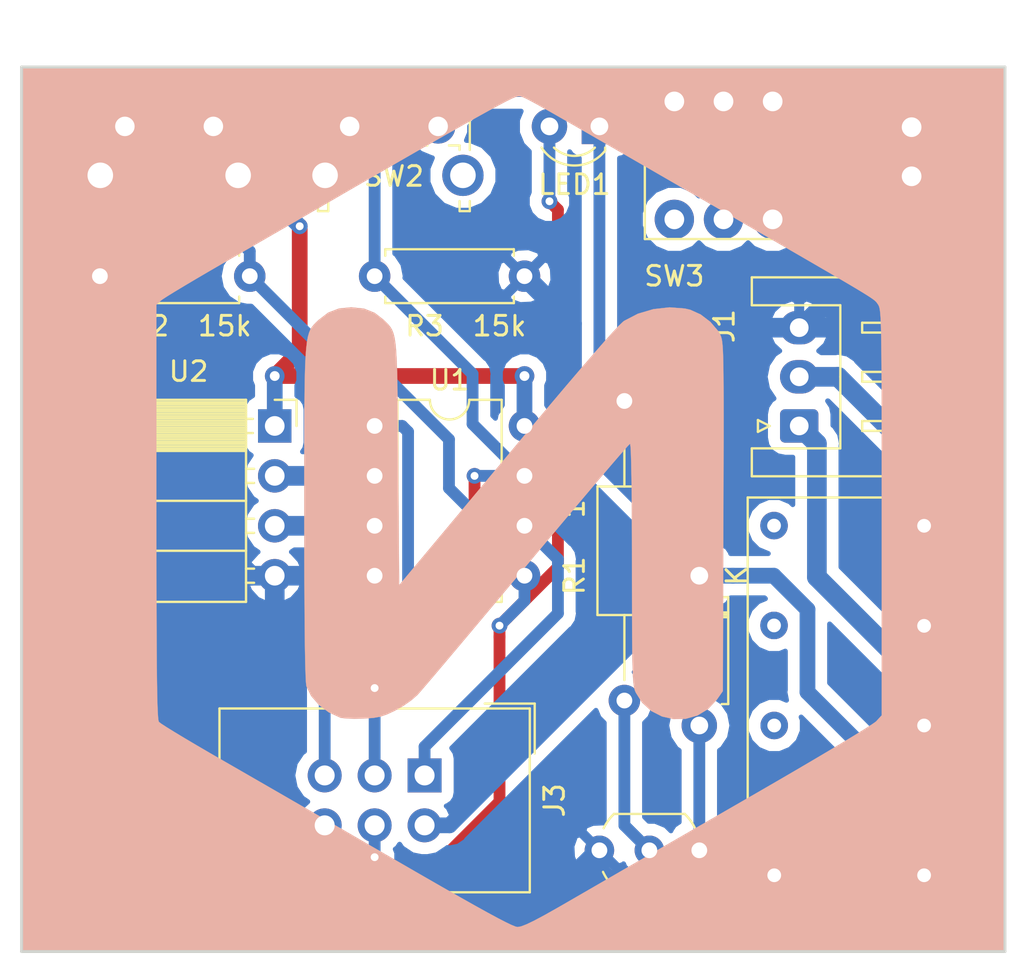
<source format=kicad_pcb>
(kicad_pcb (version 20171130) (host pcbnew "(5.0.2-5)-5")

  (general
    (thickness 1.6)
    (drawings 4)
    (tracks 130)
    (zones 0)
    (modules 16)
    (nets 23)
  )

  (page A4)
  (layers
    (0 F.Cu signal)
    (31 B.Cu signal)
    (32 B.Adhes user)
    (33 F.Adhes user)
    (34 B.Paste user)
    (35 F.Paste user)
    (36 B.SilkS user)
    (37 F.SilkS user)
    (38 B.Mask user)
    (39 F.Mask user)
    (40 Dwgs.User user)
    (41 Cmts.User user)
    (42 Eco1.User user)
    (43 Eco2.User user)
    (44 Edge.Cuts user)
    (45 Margin user)
    (46 B.CrtYd user)
    (47 F.CrtYd user)
    (48 B.Fab user)
    (49 F.Fab user)
  )

  (setup
    (last_trace_width 0.6)
    (trace_clearance 0.6)
    (zone_clearance 0.508)
    (zone_45_only no)
    (trace_min 0.2)
    (segment_width 0.2)
    (edge_width 0.15)
    (via_size 0.8)
    (via_drill 0.4)
    (via_min_size 0.4)
    (via_min_drill 0.3)
    (uvia_size 0.3)
    (uvia_drill 0.1)
    (uvias_allowed no)
    (uvia_min_size 0.2)
    (uvia_min_drill 0.1)
    (pcb_text_width 0.3)
    (pcb_text_size 1.5 1.5)
    (mod_edge_width 0.15)
    (mod_text_size 1 1)
    (mod_text_width 0.15)
    (pad_size 1.524 1.524)
    (pad_drill 0.762)
    (pad_to_mask_clearance 0.051)
    (solder_mask_min_width 0.25)
    (aux_axis_origin 0 0)
    (visible_elements FFFFFF7F)
    (pcbplotparams
      (layerselection 0x010fc_ffffffff)
      (usegerberextensions false)
      (usegerberattributes false)
      (usegerberadvancedattributes false)
      (creategerberjobfile false)
      (excludeedgelayer true)
      (linewidth 0.100000)
      (plotframeref false)
      (viasonmask false)
      (mode 1)
      (useauxorigin false)
      (hpglpennumber 1)
      (hpglpenspeed 20)
      (hpglpendiameter 15.000000)
      (psnegative false)
      (psa4output false)
      (plotreference true)
      (plotvalue true)
      (plotinvisibletext false)
      (padsonsilk false)
      (subtractmaskfromsilk false)
      (outputformat 1)
      (mirror false)
      (drillshape 0)
      (scaleselection 1)
      (outputdirectory "gerber/"))
  )

  (net 0 "")
  (net 1 +5V)
  (net 2 "Net-(D1-Pad2)")
  (net 3 GND)
  (net 4 RST)
  (net 5 SCK)
  (net 6 MOSI)
  (net 7 MISO)
  (net 8 "Net-(LED1-Pad1)")
  (net 9 "Net-(Q1-Pad2)")
  (net 10 "Net-(U1-Pad2)")
  (net 11 "Net-(U1-Pad3)")
  (net 12 "Net-(J1-Pad2)")
  (net 13 "Net-(J1-Pad1)")
  (net 14 "Net-(K1-Pad6)")
  (net 15 "Net-(K1-Pad11)")
  (net 16 "Net-(K1-Pad9)")
  (net 17 "Net-(K1-Pad13)")
  (net 18 "Net-(J2-Pad2)")
  (net 19 "Net-(SW3-Pad1)")
  (net 20 "Net-(SW3-Pad4)")
  (net 21 "Net-(SW3-Pad6)")
  (net 22 "Net-(SW3-Pad5)")

  (net_class Default "This is the default net class."
    (clearance 0.6)
    (trace_width 0.6)
    (via_dia 0.8)
    (via_drill 0.4)
    (uvia_dia 0.3)
    (uvia_drill 0.1)
    (add_net "Net-(J2-Pad2)")
    (add_net "Net-(SW3-Pad1)")
    (add_net "Net-(SW3-Pad4)")
    (add_net "Net-(SW3-Pad5)")
    (add_net "Net-(SW3-Pad6)")
  )

  (net_class "Extra thick" ""
    (clearance 0.6)
    (trace_width 1)
    (via_dia 1)
    (via_drill 0.5)
    (uvia_dia 0.3)
    (uvia_drill 0.1)
    (add_net GND)
    (add_net "Net-(J1-Pad1)")
    (add_net "Net-(J1-Pad2)")
  )

  (net_class Normal ""
    (clearance 0.6)
    (trace_width 0.6)
    (via_dia 0.8)
    (via_drill 0.4)
    (uvia_dia 0.3)
    (uvia_drill 0.1)
    (add_net MISO)
    (add_net MOSI)
    (add_net "Net-(D1-Pad2)")
    (add_net "Net-(K1-Pad11)")
    (add_net "Net-(K1-Pad13)")
    (add_net "Net-(K1-Pad6)")
    (add_net "Net-(K1-Pad9)")
    (add_net "Net-(LED1-Pad1)")
    (add_net "Net-(Q1-Pad2)")
    (add_net "Net-(U1-Pad2)")
    (add_net "Net-(U1-Pad3)")
    (add_net RST)
    (add_net SCK)
  )

  (net_class Thick ""
    (clearance 0.6)
    (trace_width 0.8)
    (via_dia 0.8)
    (via_drill 0.4)
    (uvia_dia 0.3)
    (uvia_drill 0.1)
    (add_net +5V)
  )

  (module N_logo:N_logo (layer F.Cu) (tedit 0) (tstamp 5C955D37)
    (at 115.04 52.42)
    (fp_text reference G*** (at 0 0) (layer F.SilkS) hide
      (effects (font (size 1.524 1.524) (thickness 0.3)))
    )
    (fp_text value LOGO (at 0.75 0) (layer F.SilkS) hide
      (effects (font (size 1.524 1.524) (thickness 0.3)))
    )
    (fp_poly (pts (xy -7.626432 -10.129653) (xy -7.082094 -9.912209) (xy -6.653956 -9.580353) (xy -6.513007 -9.44509)
      (xy -6.392077 -9.322988) (xy -6.289508 -9.198148) (xy -6.203645 -9.05467) (xy -6.132831 -8.876651)
      (xy -6.07541 -8.648193) (xy -6.029725 -8.353396) (xy -5.994121 -7.976357) (xy -5.966941 -7.501179)
      (xy -5.94653 -6.911959) (xy -5.931229 -6.192798) (xy -5.919385 -5.327796) (xy -5.909339 -4.301051)
      (xy -5.899437 -3.096664) (xy -5.8928 -2.273084) (xy -5.842 3.937433) (xy -0.3556 -2.628684)
      (xy 0.772854 -3.976662) (xy 1.776282 -5.169823) (xy 2.657435 -6.211348) (xy 3.419067 -7.104417)
      (xy 4.063929 -7.852209) (xy 4.594773 -8.457906) (xy 5.014352 -8.924687) (xy 5.325417 -9.255732)
      (xy 5.53072 -9.454221) (xy 5.595745 -9.505539) (xy 6.296558 -9.869056) (xy 7.08523 -10.1019)
      (xy 7.900864 -10.19387) (xy 8.682566 -10.134764) (xy 8.961946 -10.06946) (xy 9.487176 -9.832375)
      (xy 9.980511 -9.456369) (xy 10.369383 -9.001129) (xy 10.469942 -8.82912) (xy 10.504996 -8.755891)
      (xy 10.535671 -8.673789) (xy 10.562214 -8.569701) (xy 10.58487 -8.43051) (xy 10.603886 -8.243104)
      (xy 10.619509 -7.994366) (xy 10.631985 -7.671184) (xy 10.641561 -7.260441) (xy 10.648482 -6.749024)
      (xy 10.652996 -6.123818) (xy 10.655348 -5.371709) (xy 10.655785 -4.479581) (xy 10.654553 -3.434321)
      (xy 10.6519 -2.222814) (xy 10.64807 -0.831945) (xy 10.644238 0.447649) (xy 10.6172 9.32977)
      (xy 10.310665 9.765879) (xy 9.860215 10.247656) (xy 9.32182 10.570972) (xy 8.729788 10.738889)
      (xy 8.118427 10.754464) (xy 7.522047 10.620757) (xy 6.974954 10.340827) (xy 6.511457 9.917735)
      (xy 6.18529 9.398) (xy 6.146511 9.303242) (xy 6.113481 9.19051) (xy 6.085735 9.043695)
      (xy 6.062805 8.84669) (xy 6.044228 8.583388) (xy 6.029537 8.237683) (xy 6.018267 7.793467)
      (xy 6.009953 7.234633) (xy 6.004128 6.545075) (xy 6.000328 5.708685) (xy 5.998087 4.709355)
      (xy 5.99694 3.53098) (xy 5.996631 2.8702) (xy 5.994541 1.531259) (xy 5.98938 0.341296)
      (xy 5.981273 -0.692148) (xy 5.970343 -1.56153) (xy 5.956712 -2.259309) (xy 5.940504 -2.777944)
      (xy 5.921842 -3.109892) (xy 5.900849 -3.247613) (xy 5.896649 -3.2512) (xy 5.817778 -3.175009)
      (xy 5.619076 -2.954283) (xy 5.310551 -2.600798) (xy 4.902212 -2.126327) (xy 4.404066 -1.542645)
      (xy 3.826123 -0.861524) (xy 3.178389 -0.09474) (xy 2.470874 0.745934) (xy 1.713584 1.648724)
      (xy 0.916529 2.601855) (xy 0.650175 2.921) (xy -0.16767 3.900629) (xy -0.955977 4.843353)
      (xy -1.703885 5.736272) (xy -2.40053 6.56649) (xy -3.035051 7.321107) (xy -3.596587 7.987225)
      (xy -4.074276 8.551947) (xy -4.457256 9.002375) (xy -4.734665 9.32561) (xy -4.895641 9.508755)
      (xy -4.916275 9.530988) (xy -5.223849 9.798911) (xy -5.63235 10.084099) (xy -6.054962 10.326078)
      (xy -6.064436 10.330792) (xy -6.466919 10.517503) (xy -6.803397 10.631551) (xy -7.160124 10.694068)
      (xy -7.623358 10.726179) (xy -7.690036 10.728986) (xy -8.127999 10.736174) (xy -8.514726 10.723801)
      (xy -8.785504 10.694559) (xy -8.839858 10.681186) (xy -9.419752 10.4125) (xy -9.928034 10.030039)
      (xy -10.321239 9.574409) (xy -10.555902 9.086221) (xy -10.559073 9.074991) (xy -10.581966 8.886974)
      (xy -10.60214 8.497466) (xy -10.619597 7.906254) (xy -10.634339 7.113124) (xy -10.646371 6.117861)
      (xy -10.655693 4.92025) (xy -10.662309 3.520079) (xy -10.666222 1.917133) (xy -10.667434 0.29784)
      (xy -10.667626 -1.271299) (xy -10.667329 -2.650485) (xy -10.665571 -3.852964) (xy -10.661381 -4.891985)
      (xy -10.653786 -5.780792) (xy -10.641815 -6.532634) (xy -10.624496 -7.160756) (xy -10.600857 -7.678405)
      (xy -10.569926 -8.098827) (xy -10.530732 -8.435271) (xy -10.482303 -8.700981) (xy -10.423666 -8.909205)
      (xy -10.353851 -9.07319) (xy -10.271884 -9.206181) (xy -10.176796 -9.321427) (xy -10.067612 -9.432172)
      (xy -9.944962 -9.550113) (xy -9.450851 -9.928016) (xy -8.900474 -10.137339) (xy -8.2804 -10.198319)
      (xy -7.626432 -10.129653)) (layer B.SilkS) (width 0.01))
    (fp_poly (pts (xy 24.9936 22.5552) (xy -24.9936 22.5552) (xy -24.9936 -10.32778) (xy -18.186401 -10.32778)
      (xy -18.186401 0.201491) (xy -18.185917 1.969639) (xy -18.184388 3.544337) (xy -18.181699 4.935333)
      (xy -18.177734 6.152374) (xy -18.172377 7.20521) (xy -18.165512 8.103587) (xy -18.157024 8.857254)
      (xy -18.146797 9.475958) (xy -18.134714 9.969448) (xy -18.120661 10.347471) (xy -18.104522 10.619775)
      (xy -18.08618 10.796109) (xy -18.065521 10.88622) (xy -18.0594 10.897203) (xy -17.94351 10.98597)
      (xy -17.67238 11.162068) (xy -17.267484 11.412513) (xy -16.750295 11.724325) (xy -16.142288 12.08452)
      (xy -15.464935 12.480116) (xy -14.9352 12.78599) (xy -14.299626 13.151632) (xy -13.514194 13.604156)
      (xy -12.604867 14.128572) (xy -11.597604 14.709887) (xy -10.518368 15.33311) (xy -9.393119 15.983249)
      (xy -8.247818 16.645314) (xy -7.108427 17.304313) (xy -6.0452 17.919611) (xy -4.793532 18.642685)
      (xy -3.706924 19.267007) (xy -2.775854 19.7978) (xy -1.990798 20.240287) (xy -1.342233 20.599691)
      (xy -0.820636 20.881235) (xy -0.416483 21.09014) (xy -0.120251 21.231631) (xy 0.077583 21.310929)
      (xy 0.179672 21.333443) (xy 0.361739 21.299366) (xy 0.64439 21.189617) (xy 1.04408 20.996087)
      (xy 1.577267 20.710668) (xy 2.260404 20.325252) (xy 2.465672 20.207051) (xy 3.113741 19.832558)
      (xy 3.775375 19.450141) (xy 4.404903 19.086203) (xy 4.956653 18.767148) (xy 5.384953 18.519379)
      (xy 5.4356 18.490068) (xy 5.701263 18.336526) (xy 6.124971 18.09192) (xy 6.688703 17.766644)
      (xy 7.374444 17.371086) (xy 8.164174 16.915638) (xy 9.039878 16.41069) (xy 9.983536 15.866634)
      (xy 10.977131 15.29386) (xy 12.002645 14.702759) (xy 12.2936 14.535068) (xy 13.300497 13.952655)
      (xy 14.26083 13.393118) (xy 15.159143 12.865723) (xy 15.979978 12.379734) (xy 16.707878 11.944419)
      (xy 17.327384 11.569042) (xy 17.823039 11.26287) (xy 18.179386 11.035168) (xy 18.380968 10.895203)
      (xy 18.415 10.865648) (xy 18.6944 10.563194) (xy 18.6944 0.242681) (xy 18.69431 -1.432565)
      (xy 18.693894 -2.916564) (xy 18.692928 -4.22127) (xy 18.691189 -5.358635) (xy 18.688456 -6.340614)
      (xy 18.684504 -7.179158) (xy 18.679112 -7.886221) (xy 18.672056 -8.473757) (xy 18.663114 -8.953719)
      (xy 18.652063 -9.33806) (xy 18.63868 -9.638733) (xy 18.622744 -9.867691) (xy 18.60403 -10.036888)
      (xy 18.582316 -10.158277) (xy 18.55738 -10.243811) (xy 18.528998 -10.305443) (xy 18.496949 -10.355127)
      (xy 18.496922 -10.355164) (xy 18.464684 -10.401908) (xy 18.433268 -10.445048) (xy 18.392687 -10.490536)
      (xy 18.332948 -10.544325) (xy 18.244063 -10.612365) (xy 18.116041 -10.700609) (xy 17.938892 -10.815007)
      (xy 17.702628 -10.961512) (xy 17.397256 -11.146075) (xy 17.012789 -11.374647) (xy 16.539235 -11.653182)
      (xy 15.966605 -11.987629) (xy 15.284909 -12.383941) (xy 14.484157 -12.848069) (xy 13.554359 -13.385965)
      (xy 12.485525 -14.003581) (xy 11.267665 -14.706868) (xy 9.890789 -15.501778) (xy 8.8392 -16.108882)
      (xy 7.439675 -16.916957) (xy 6.20549 -17.629578) (xy 5.125911 -18.252724) (xy 4.190202 -18.792371)
      (xy 3.387631 -19.254498) (xy 2.707462 -19.645083) (xy 2.138963 -19.970104) (xy 1.671398 -20.235538)
      (xy 1.294034 -20.447364) (xy 0.996136 -20.611559) (xy 0.766971 -20.734101) (xy 0.595805 -20.820969)
      (xy 0.471903 -20.878139) (xy 0.384531 -20.911591) (xy 0.322955 -20.927301) (xy 0.276442 -20.931248)
      (xy 0.234256 -20.92941) (xy 0.18628 -20.92776) (xy 0.085814 -20.901116) (xy -0.106585 -20.817902)
      (xy -0.397613 -20.674351) (xy -0.793962 -20.466693) (xy -1.302326 -20.191163) (xy -1.929399 -19.843991)
      (xy -2.681875 -19.42141) (xy -3.566446 -18.919652) (xy -4.589807 -18.33495) (xy -5.758652 -17.663535)
      (xy -7.079673 -16.901641) (xy -8.559565 -16.045499) (xy -10.205021 -15.091341) (xy -10.922 -14.675035)
      (xy -11.237763 -14.492085) (xy -11.699918 -14.22494) (xy -12.278735 -13.890755) (xy -12.944487 -13.506683)
      (xy -13.667443 -13.089878) (xy -14.417874 -12.657494) (xy -14.7828 -12.447329) (xy -15.49662 -12.033959)
      (xy -16.161826 -11.644282) (xy -16.755792 -11.291896) (xy -17.255889 -10.9904) (xy -17.63949 -10.753392)
      (xy -17.883966 -10.594471) (xy -17.957801 -10.539258) (xy -18.186401 -10.32778) (xy -24.9936 -10.32778)
      (xy -24.9936 -22.4536) (xy 24.9936 -22.4536) (xy 24.9936 22.5552)) (layer B.SilkS) (width 0.01))
  )

  (module Relay_THT:Relay_DPDT_Omron_G5V-2 (layer F.Cu) (tedit 59D689A9) (tstamp 5C954D1C)
    (at 135.89 71.12 180)
    (descr http://omronfs.omron.com/en_US/ecb/products/pdf/en-g5v2.pdf)
    (tags "Omron G5V-2 Relay DPDT")
    (path /5C94BCED)
    (fp_text reference K1 (at 2.6 -2.3 180) (layer F.SilkS)
      (effects (font (size 1 1) (thickness 0.15)))
    )
    (fp_text value G5V-2 (at -2.41 9.01 270) (layer F.Fab)
      (effects (font (size 1 1) (thickness 0.15)))
    )
    (fp_line (start -1.51 -1.6) (end -0.3 -1.6) (layer F.SilkS) (width 0.12))
    (fp_line (start -1.51 -0.3) (end -1.51 -1.6) (layer F.SilkS) (width 0.12))
    (fp_line (start -1.21 -0.3) (end -0.3 -1.31) (layer F.Fab) (width 0.12))
    (fp_line (start 8.83 -1.31) (end -0.3 -1.31) (layer F.Fab) (width 0.12))
    (fp_line (start -1.21 -0.3) (end -1.21 19.58) (layer F.Fab) (width 0.12))
    (fp_line (start -1.21 19.07) (end 8.83 19.07) (layer F.Fab) (width 0.12))
    (fp_line (start 8.83 19.07) (end 8.83 -1.31) (layer F.Fab) (width 0.12))
    (fp_line (start -1.35 -1.45) (end -1.35 19.22) (layer F.SilkS) (width 0.12))
    (fp_line (start -1.35 19.22) (end 8.97 19.22) (layer F.SilkS) (width 0.12))
    (fp_line (start 8.97 19.22) (end 8.97 -1.45) (layer F.SilkS) (width 0.12))
    (fp_line (start 8.97 -1.45) (end -1.35 -1.45) (layer F.SilkS) (width 0.12))
    (fp_line (start 2.3 -1.45) (end 2.3 -0.41) (layer F.SilkS) (width 0.12))
    (fp_line (start 2.3 -0.39) (end 5.3 -0.39) (layer F.SilkS) (width 0.12))
    (fp_line (start 5.3 -0.39) (end 5.3 -1.45) (layer F.SilkS) (width 0.12))
    (fp_line (start 9.07 19.33) (end -1.45 19.33) (layer F.CrtYd) (width 0.05))
    (fp_line (start -1.45 -1.55) (end 9.07 -1.55) (layer F.CrtYd) (width 0.05))
    (fp_line (start 9.07 -1.55) (end 9.07 19.33) (layer F.CrtYd) (width 0.05))
    (fp_text user %R (at 3.94 9.16 180) (layer F.Fab)
      (effects (font (size 1 1) (thickness 0.15)))
    )
    (fp_line (start 3.47 0.39) (end 2.37 0.39) (layer F.SilkS) (width 0.12))
    (fp_line (start 4.17 0.39) (end 5.27 0.39) (layer F.SilkS) (width 0.12))
    (fp_line (start 3.47 0.56) (end 4.17 0.16) (layer F.SilkS) (width 0.12))
    (fp_line (start 3.47 -0.24) (end 3.47 0.96) (layer F.SilkS) (width 0.12))
    (fp_line (start 3.47 0.96) (end 4.17 0.96) (layer F.SilkS) (width 0.12))
    (fp_line (start 4.17 0.96) (end 4.17 -0.24) (layer F.SilkS) (width 0.12))
    (fp_line (start 4.17 -0.24) (end 3.47 -0.24) (layer F.SilkS) (width 0.12))
    (fp_line (start -1.45 -1.55) (end -1.45 19.33) (layer F.CrtYd) (width 0.05))
    (pad 1 thru_hole rect (at 0 0 180) (size 1.4 1.4) (drill 0.7) (layers *.Cu *.Mask)
      (net 1 +5V))
    (pad 16 thru_hole circle (at 7.62 0 180) (size 1.4 1.4) (drill 0.7) (layers *.Cu *.Mask)
      (net 2 "Net-(D1-Pad2)"))
    (pad 6 thru_hole circle (at 0 12.69 180) (size 1.4 1.4) (drill 0.7) (layers *.Cu *.Mask)
      (net 14 "Net-(K1-Pad6)"))
    (pad 8 thru_hole circle (at 0 17.78 180) (size 1.4 1.4) (drill 0.7) (layers *.Cu *.Mask)
      (net 12 "Net-(J1-Pad2)"))
    (pad 4 thru_hole circle (at 0 7.62 180) (size 1.4 1.4) (drill 0.7) (layers *.Cu *.Mask)
      (net 13 "Net-(J1-Pad1)"))
    (pad 11 thru_hole circle (at 7.63 12.71 180) (size 1.4 1.4) (drill 0.7) (layers *.Cu *.Mask)
      (net 15 "Net-(K1-Pad11)"))
    (pad 9 thru_hole circle (at 7.63 17.79 180) (size 1.4 1.4) (drill 0.7) (layers *.Cu *.Mask)
      (net 16 "Net-(K1-Pad9)"))
    (pad 13 thru_hole circle (at 7.62 7.62 180) (size 1.4 1.4) (drill 0.7) (layers *.Cu *.Mask)
      (net 17 "Net-(K1-Pad13)"))
    (model ${KISYS3DMOD}/Relay_THT.3dshapes/Relay_DPDT_Omron_G5V-2.wrl
      (at (xyz 0 0 0))
      (scale (xyz 1 1 1))
      (rotate (xyz 0 0 0))
    )
  )

  (module Button_Switch_THT:SW_Tactile_SPST_Angled_PTS645Vx58-2LFS (layer F.Cu) (tedit 5A02FE31) (tstamp 5C958727)
    (at 106.68 33.02)
    (descr "tactile switch SPST right angle, PTS645VL58-2 LFS")
    (tags "tactile switch SPST angled PTS645VL58-2 LFS C&K Button")
    (path /5C94E285)
    (fp_text reference SW2 (at 2.25 2.54) (layer F.SilkS)
      (effects (font (size 1 1) (thickness 0.15)))
    )
    (fp_text value SW_Push (at 2.25 5.38988) (layer F.Fab)
      (effects (font (size 1 1) (thickness 0.15)))
    )
    (fp_line (start 0.55 0.97) (end 3.95 0.97) (layer F.SilkS) (width 0.12))
    (fp_line (start -1.09 0.97) (end -0.55 0.97) (layer F.SilkS) (width 0.12))
    (fp_line (start 6.11 3.8) (end 6.11 4.31) (layer F.SilkS) (width 0.12))
    (fp_line (start 5.59 4.31) (end 6.11 4.31) (layer F.SilkS) (width 0.12))
    (fp_line (start 5.59 3.8) (end 5.59 4.31) (layer F.SilkS) (width 0.12))
    (fp_line (start 5.05 0.97) (end 5.59 0.97) (layer F.SilkS) (width 0.12))
    (fp_line (start -1.61 3.8) (end -1.61 4.31) (layer F.SilkS) (width 0.12))
    (fp_line (start -1.09 3.8) (end -1.09 4.31) (layer F.SilkS) (width 0.12))
    (fp_line (start 5.59 0.97) (end 5.59 1.2) (layer F.SilkS) (width 0.12))
    (fp_line (start -1.2 4.2) (end -1.2 0.86) (layer F.Fab) (width 0.1))
    (fp_line (start 5.7 4.2) (end 6 4.2) (layer F.Fab) (width 0.1))
    (fp_line (start -1.5 4.2) (end -1.5 -2.59) (layer F.Fab) (width 0.1))
    (fp_line (start -1.5 -2.59) (end 6 -2.59) (layer F.Fab) (width 0.1))
    (fp_line (start -1.61 -2.7) (end -1.61 1.2) (layer F.SilkS) (width 0.12))
    (fp_line (start -1.61 4.31) (end -1.09 4.31) (layer F.SilkS) (width 0.12))
    (fp_line (start 6.11 -2.7) (end 6.11 1.2) (layer F.SilkS) (width 0.12))
    (fp_line (start -1.61 -2.7) (end 6.11 -2.7) (layer F.SilkS) (width 0.12))
    (fp_line (start -2.5 4.45) (end -2.5 -2.8) (layer F.CrtYd) (width 0.05))
    (fp_line (start 7.05 4.45) (end -2.5 4.45) (layer F.CrtYd) (width 0.05))
    (fp_line (start 7.05 -2.8) (end 7.05 4.45) (layer F.CrtYd) (width 0.05))
    (fp_line (start -2.5 -2.8) (end 7.05 -2.8) (layer F.CrtYd) (width 0.05))
    (fp_line (start 6 4.2) (end 6 -2.59) (layer F.Fab) (width 0.1))
    (fp_line (start -1.2 0.86) (end 5.7 0.86) (layer F.Fab) (width 0.1))
    (fp_line (start -1.5 4.2) (end -1.2 4.2) (layer F.Fab) (width 0.1))
    (fp_line (start 5.7 4.2) (end 5.7 0.86) (layer F.Fab) (width 0.1))
    (fp_line (start -1.09 0.97) (end -1.09 1.2) (layer F.SilkS) (width 0.12))
    (fp_text user %R (at 2.25 1.68) (layer F.Fab)
      (effects (font (size 1 1) (thickness 0.15)))
    )
    (fp_line (start 0.5 -5.85) (end 4 -5.85) (layer F.Fab) (width 0.1))
    (fp_line (start 4 -5.85) (end 4 -2.59) (layer F.Fab) (width 0.1))
    (fp_line (start 0.5 -5.85) (end 0.5 -2.59) (layer F.Fab) (width 0.1))
    (pad "" thru_hole circle (at -1.25 2.49) (size 2.1 2.1) (drill 1.3) (layers *.Cu *.Mask))
    (pad 1 thru_hole circle (at 0 0) (size 1.75 1.75) (drill 0.99) (layers *.Cu *.Mask)
      (net 5 SCK))
    (pad 2 thru_hole circle (at 4.5 0) (size 1.75 1.75) (drill 0.99) (layers *.Cu *.Mask)
      (net 1 +5V))
    (pad "" thru_hole circle (at 5.76 2.49) (size 2.1 2.1) (drill 1.3) (layers *.Cu *.Mask))
    (model ${KISYS3DMOD}/Button_Switch_THT.3dshapes/SW_Tactile_SPST_Angled_PTS645Vx58-2LFS.wrl
      (at (xyz 0 0 0))
      (scale (xyz 1 1 1))
      (rotate (xyz 0 0 0))
    )
  )

  (module Connector_JST:JST_XH_S03B-XH-A_1x03_P2.50mm_Horizontal (layer F.Cu) (tedit 5B775209) (tstamp 5C934EAD)
    (at 129.54 48.26 90)
    (descr "JST XH series connector, S03B-XH-A (http://www.jst-mfg.com/product/pdf/eng/eXH.pdf), generated with kicad-footprint-generator")
    (tags "connector JST XH top entry")
    (path /5CA662DB)
    (fp_text reference J1 (at 5.08 -3.81 90) (layer F.SilkS)
      (effects (font (size 1 1) (thickness 0.15)))
    )
    (fp_text value Conn_01x03_Male (at 2.5 10.4 90) (layer F.Fab)
      (effects (font (size 1 1) (thickness 0.15)))
    )
    (fp_text user %R (at 2.5 3.45 90) (layer F.Fab)
      (effects (font (size 1 1) (thickness 0.15)))
    )
    (fp_line (start 0 1.2) (end 0.625 2.2) (layer F.Fab) (width 0.1))
    (fp_line (start -0.625 2.2) (end 0 1.2) (layer F.Fab) (width 0.1))
    (fp_line (start 0.3 -2.1) (end 0 -1.5) (layer F.SilkS) (width 0.12))
    (fp_line (start -0.3 -2.1) (end 0.3 -2.1) (layer F.SilkS) (width 0.12))
    (fp_line (start 0 -1.5) (end -0.3 -2.1) (layer F.SilkS) (width 0.12))
    (fp_line (start 5.25 3.2) (end 4.75 3.2) (layer F.SilkS) (width 0.12))
    (fp_line (start 5.25 8.7) (end 5.25 3.2) (layer F.SilkS) (width 0.12))
    (fp_line (start 4.75 8.7) (end 5.25 8.7) (layer F.SilkS) (width 0.12))
    (fp_line (start 4.75 3.2) (end 4.75 8.7) (layer F.SilkS) (width 0.12))
    (fp_line (start 2.75 3.2) (end 2.25 3.2) (layer F.SilkS) (width 0.12))
    (fp_line (start 2.75 8.7) (end 2.75 3.2) (layer F.SilkS) (width 0.12))
    (fp_line (start 2.25 8.7) (end 2.75 8.7) (layer F.SilkS) (width 0.12))
    (fp_line (start 2.25 3.2) (end 2.25 8.7) (layer F.SilkS) (width 0.12))
    (fp_line (start 0.25 3.2) (end -0.25 3.2) (layer F.SilkS) (width 0.12))
    (fp_line (start 0.25 8.7) (end 0.25 3.2) (layer F.SilkS) (width 0.12))
    (fp_line (start -0.25 8.7) (end 0.25 8.7) (layer F.SilkS) (width 0.12))
    (fp_line (start -0.25 3.2) (end -0.25 8.7) (layer F.SilkS) (width 0.12))
    (fp_line (start 6.25 2.2) (end 2.5 2.2) (layer F.Fab) (width 0.1))
    (fp_line (start 6.25 -2.3) (end 6.25 2.2) (layer F.Fab) (width 0.1))
    (fp_line (start 7.45 -2.3) (end 6.25 -2.3) (layer F.Fab) (width 0.1))
    (fp_line (start 7.45 9.2) (end 7.45 -2.3) (layer F.Fab) (width 0.1))
    (fp_line (start 2.5 9.2) (end 7.45 9.2) (layer F.Fab) (width 0.1))
    (fp_line (start -1.25 2.2) (end 2.5 2.2) (layer F.Fab) (width 0.1))
    (fp_line (start -1.25 -2.3) (end -1.25 2.2) (layer F.Fab) (width 0.1))
    (fp_line (start -2.45 -2.3) (end -1.25 -2.3) (layer F.Fab) (width 0.1))
    (fp_line (start -2.45 9.2) (end -2.45 -2.3) (layer F.Fab) (width 0.1))
    (fp_line (start 2.5 9.2) (end -2.45 9.2) (layer F.Fab) (width 0.1))
    (fp_line (start 6.14 2.09) (end 2.5 2.09) (layer F.SilkS) (width 0.12))
    (fp_line (start 6.14 -2.41) (end 6.14 2.09) (layer F.SilkS) (width 0.12))
    (fp_line (start 7.56 -2.41) (end 6.14 -2.41) (layer F.SilkS) (width 0.12))
    (fp_line (start 7.56 9.31) (end 7.56 -2.41) (layer F.SilkS) (width 0.12))
    (fp_line (start 2.5 9.31) (end 7.56 9.31) (layer F.SilkS) (width 0.12))
    (fp_line (start -1.14 2.09) (end 2.5 2.09) (layer F.SilkS) (width 0.12))
    (fp_line (start -1.14 -2.41) (end -1.14 2.09) (layer F.SilkS) (width 0.12))
    (fp_line (start -2.56 -2.41) (end -1.14 -2.41) (layer F.SilkS) (width 0.12))
    (fp_line (start -2.56 9.31) (end -2.56 -2.41) (layer F.SilkS) (width 0.12))
    (fp_line (start 2.5 9.31) (end -2.56 9.31) (layer F.SilkS) (width 0.12))
    (fp_line (start 7.95 -2.8) (end -2.95 -2.8) (layer F.CrtYd) (width 0.05))
    (fp_line (start 7.95 9.7) (end 7.95 -2.8) (layer F.CrtYd) (width 0.05))
    (fp_line (start -2.95 9.7) (end 7.95 9.7) (layer F.CrtYd) (width 0.05))
    (fp_line (start -2.95 -2.8) (end -2.95 9.7) (layer F.CrtYd) (width 0.05))
    (pad 3 thru_hole oval (at 5 0 90) (size 1.7 1.95) (drill 0.95) (layers *.Cu *.Mask)
      (net 3 GND))
    (pad 2 thru_hole oval (at 2.5 0 90) (size 1.7 1.95) (drill 0.95) (layers *.Cu *.Mask)
      (net 12 "Net-(J1-Pad2)"))
    (pad 1 thru_hole roundrect (at 0 0 90) (size 1.7 1.95) (drill 0.95) (layers *.Cu *.Mask) (roundrect_rratio 0.147059)
      (net 13 "Net-(J1-Pad1)"))
    (model ${KISYS3DMOD}/Connector_JST.3dshapes/JST_XH_S03B-XH-A_1x03_P2.50mm_Horizontal.wrl
      (at (xyz 0 0 0))
      (scale (xyz 1 1 1))
      (rotate (xyz 0 0 0))
    )
  )

  (module Connector_PinSocket_2.54mm:PinSocket_1x04_P2.54mm_Horizontal (layer F.Cu) (tedit 5A19A424) (tstamp 5C97B6B1)
    (at 102.87 48.26)
    (descr "Through hole angled socket strip, 1x04, 2.54mm pitch, 8.51mm socket length, single row (from Kicad 4.0.7), script generated")
    (tags "Through hole angled socket strip THT 1x04 2.54mm single row")
    (path /5CA6404D)
    (fp_text reference U2 (at -4.38 -2.77) (layer F.SilkS)
      (effects (font (size 1 1) (thickness 0.15)))
    )
    (fp_text value HC-SR04 (at -4.38 10.39) (layer F.Fab)
      (effects (font (size 1 1) (thickness 0.15)))
    )
    (fp_text user %R (at -5.775 3.81 90) (layer F.Fab)
      (effects (font (size 1 1) (thickness 0.15)))
    )
    (fp_line (start 1.75 9.45) (end 1.75 -1.75) (layer F.CrtYd) (width 0.05))
    (fp_line (start -10.55 9.45) (end 1.75 9.45) (layer F.CrtYd) (width 0.05))
    (fp_line (start -10.55 -1.75) (end -10.55 9.45) (layer F.CrtYd) (width 0.05))
    (fp_line (start 1.75 -1.75) (end -10.55 -1.75) (layer F.CrtYd) (width 0.05))
    (fp_line (start 0 -1.33) (end 1.11 -1.33) (layer F.SilkS) (width 0.12))
    (fp_line (start 1.11 -1.33) (end 1.11 0) (layer F.SilkS) (width 0.12))
    (fp_line (start -10.09 -1.33) (end -10.09 8.95) (layer F.SilkS) (width 0.12))
    (fp_line (start -10.09 8.95) (end -1.46 8.95) (layer F.SilkS) (width 0.12))
    (fp_line (start -1.46 -1.33) (end -1.46 8.95) (layer F.SilkS) (width 0.12))
    (fp_line (start -10.09 -1.33) (end -1.46 -1.33) (layer F.SilkS) (width 0.12))
    (fp_line (start -10.09 6.35) (end -1.46 6.35) (layer F.SilkS) (width 0.12))
    (fp_line (start -10.09 3.81) (end -1.46 3.81) (layer F.SilkS) (width 0.12))
    (fp_line (start -10.09 1.27) (end -1.46 1.27) (layer F.SilkS) (width 0.12))
    (fp_line (start -1.46 7.98) (end -1.05 7.98) (layer F.SilkS) (width 0.12))
    (fp_line (start -1.46 7.26) (end -1.05 7.26) (layer F.SilkS) (width 0.12))
    (fp_line (start -1.46 5.44) (end -1.05 5.44) (layer F.SilkS) (width 0.12))
    (fp_line (start -1.46 4.72) (end -1.05 4.72) (layer F.SilkS) (width 0.12))
    (fp_line (start -1.46 2.9) (end -1.05 2.9) (layer F.SilkS) (width 0.12))
    (fp_line (start -1.46 2.18) (end -1.05 2.18) (layer F.SilkS) (width 0.12))
    (fp_line (start -1.46 0.36) (end -1.11 0.36) (layer F.SilkS) (width 0.12))
    (fp_line (start -1.46 -0.36) (end -1.11 -0.36) (layer F.SilkS) (width 0.12))
    (fp_line (start -10.09 1.1519) (end -1.46 1.1519) (layer F.SilkS) (width 0.12))
    (fp_line (start -10.09 1.033805) (end -1.46 1.033805) (layer F.SilkS) (width 0.12))
    (fp_line (start -10.09 0.91571) (end -1.46 0.91571) (layer F.SilkS) (width 0.12))
    (fp_line (start -10.09 0.797615) (end -1.46 0.797615) (layer F.SilkS) (width 0.12))
    (fp_line (start -10.09 0.67952) (end -1.46 0.67952) (layer F.SilkS) (width 0.12))
    (fp_line (start -10.09 0.561425) (end -1.46 0.561425) (layer F.SilkS) (width 0.12))
    (fp_line (start -10.09 0.44333) (end -1.46 0.44333) (layer F.SilkS) (width 0.12))
    (fp_line (start -10.09 0.325235) (end -1.46 0.325235) (layer F.SilkS) (width 0.12))
    (fp_line (start -10.09 0.20714) (end -1.46 0.20714) (layer F.SilkS) (width 0.12))
    (fp_line (start -10.09 0.089045) (end -1.46 0.089045) (layer F.SilkS) (width 0.12))
    (fp_line (start -10.09 -0.02905) (end -1.46 -0.02905) (layer F.SilkS) (width 0.12))
    (fp_line (start -10.09 -0.147145) (end -1.46 -0.147145) (layer F.SilkS) (width 0.12))
    (fp_line (start -10.09 -0.26524) (end -1.46 -0.26524) (layer F.SilkS) (width 0.12))
    (fp_line (start -10.09 -0.383335) (end -1.46 -0.383335) (layer F.SilkS) (width 0.12))
    (fp_line (start -10.09 -0.50143) (end -1.46 -0.50143) (layer F.SilkS) (width 0.12))
    (fp_line (start -10.09 -0.619525) (end -1.46 -0.619525) (layer F.SilkS) (width 0.12))
    (fp_line (start -10.09 -0.73762) (end -1.46 -0.73762) (layer F.SilkS) (width 0.12))
    (fp_line (start -10.09 -0.855715) (end -1.46 -0.855715) (layer F.SilkS) (width 0.12))
    (fp_line (start -10.09 -0.97381) (end -1.46 -0.97381) (layer F.SilkS) (width 0.12))
    (fp_line (start -10.09 -1.091905) (end -1.46 -1.091905) (layer F.SilkS) (width 0.12))
    (fp_line (start -10.09 -1.21) (end -1.46 -1.21) (layer F.SilkS) (width 0.12))
    (fp_line (start 0 7.92) (end 0 7.32) (layer F.Fab) (width 0.1))
    (fp_line (start -1.52 7.92) (end 0 7.92) (layer F.Fab) (width 0.1))
    (fp_line (start 0 7.32) (end -1.52 7.32) (layer F.Fab) (width 0.1))
    (fp_line (start 0 5.38) (end 0 4.78) (layer F.Fab) (width 0.1))
    (fp_line (start -1.52 5.38) (end 0 5.38) (layer F.Fab) (width 0.1))
    (fp_line (start 0 4.78) (end -1.52 4.78) (layer F.Fab) (width 0.1))
    (fp_line (start 0 2.84) (end 0 2.24) (layer F.Fab) (width 0.1))
    (fp_line (start -1.52 2.84) (end 0 2.84) (layer F.Fab) (width 0.1))
    (fp_line (start 0 2.24) (end -1.52 2.24) (layer F.Fab) (width 0.1))
    (fp_line (start 0 0.3) (end 0 -0.3) (layer F.Fab) (width 0.1))
    (fp_line (start -1.52 0.3) (end 0 0.3) (layer F.Fab) (width 0.1))
    (fp_line (start 0 -0.3) (end -1.52 -0.3) (layer F.Fab) (width 0.1))
    (fp_line (start -10.03 8.89) (end -10.03 -1.27) (layer F.Fab) (width 0.1))
    (fp_line (start -1.52 8.89) (end -10.03 8.89) (layer F.Fab) (width 0.1))
    (fp_line (start -1.52 -0.3) (end -1.52 8.89) (layer F.Fab) (width 0.1))
    (fp_line (start -2.49 -1.27) (end -1.52 -0.3) (layer F.Fab) (width 0.1))
    (fp_line (start -10.03 -1.27) (end -2.49 -1.27) (layer F.Fab) (width 0.1))
    (pad 4 thru_hole oval (at 0 7.62) (size 1.7 1.7) (drill 1) (layers *.Cu *.Mask)
      (net 3 GND))
    (pad 3 thru_hole oval (at 0 5.08) (size 1.7 1.7) (drill 1) (layers *.Cu *.Mask)
      (net 11 "Net-(U1-Pad3)"))
    (pad 2 thru_hole oval (at 0 2.54) (size 1.7 1.7) (drill 1) (layers *.Cu *.Mask)
      (net 10 "Net-(U1-Pad2)"))
    (pad 1 thru_hole rect (at 0 0) (size 1.7 1.7) (drill 1) (layers *.Cu *.Mask)
      (net 1 +5V))
    (model ${KISYS3DMOD}/Connector_PinSocket_2.54mm.3dshapes/PinSocket_1x04_P2.54mm_Horizontal.wrl
      (at (xyz 0 0 0))
      (scale (xyz 1 1 1))
      (rotate (xyz 0 0 0))
    )
  )

  (module Connector_JST:JST_XH_B02B-XH-A_1x02_P2.50mm_Vertical (layer F.Cu) (tedit 5B7754C5) (tstamp 5C8EBC07)
    (at 135.255 35.56 90)
    (descr "JST XH series connector, B02B-XH-A (http://www.jst-mfg.com/product/pdf/eng/eXH.pdf), generated with kicad-footprint-generator")
    (tags "connector JST XH side entry")
    (path /5CA639E6)
    (fp_text reference J2 (at 1.25 -3.55 90) (layer F.SilkS)
      (effects (font (size 1 1) (thickness 0.15)))
    )
    (fp_text value Conn_01x02_Female (at 1.25 4.6 90) (layer F.Fab)
      (effects (font (size 1 1) (thickness 0.15)))
    )
    (fp_text user %R (at 1.25 2.7 90) (layer F.Fab)
      (effects (font (size 1 1) (thickness 0.15)))
    )
    (fp_line (start -2.85 -2.75) (end -2.85 -1.5) (layer F.SilkS) (width 0.12))
    (fp_line (start -1.6 -2.75) (end -2.85 -2.75) (layer F.SilkS) (width 0.12))
    (fp_line (start 4.3 2.75) (end 1.25 2.75) (layer F.SilkS) (width 0.12))
    (fp_line (start 4.3 -0.2) (end 4.3 2.75) (layer F.SilkS) (width 0.12))
    (fp_line (start 5.05 -0.2) (end 4.3 -0.2) (layer F.SilkS) (width 0.12))
    (fp_line (start -1.8 2.75) (end 1.25 2.75) (layer F.SilkS) (width 0.12))
    (fp_line (start -1.8 -0.2) (end -1.8 2.75) (layer F.SilkS) (width 0.12))
    (fp_line (start -2.55 -0.2) (end -1.8 -0.2) (layer F.SilkS) (width 0.12))
    (fp_line (start 5.05 -2.45) (end 3.25 -2.45) (layer F.SilkS) (width 0.12))
    (fp_line (start 5.05 -1.7) (end 5.05 -2.45) (layer F.SilkS) (width 0.12))
    (fp_line (start 3.25 -1.7) (end 5.05 -1.7) (layer F.SilkS) (width 0.12))
    (fp_line (start 3.25 -2.45) (end 3.25 -1.7) (layer F.SilkS) (width 0.12))
    (fp_line (start -0.75 -2.45) (end -2.55 -2.45) (layer F.SilkS) (width 0.12))
    (fp_line (start -0.75 -1.7) (end -0.75 -2.45) (layer F.SilkS) (width 0.12))
    (fp_line (start -2.55 -1.7) (end -0.75 -1.7) (layer F.SilkS) (width 0.12))
    (fp_line (start -2.55 -2.45) (end -2.55 -1.7) (layer F.SilkS) (width 0.12))
    (fp_line (start 1.75 -2.45) (end 0.75 -2.45) (layer F.SilkS) (width 0.12))
    (fp_line (start 1.75 -1.7) (end 1.75 -2.45) (layer F.SilkS) (width 0.12))
    (fp_line (start 0.75 -1.7) (end 1.75 -1.7) (layer F.SilkS) (width 0.12))
    (fp_line (start 0.75 -2.45) (end 0.75 -1.7) (layer F.SilkS) (width 0.12))
    (fp_line (start 0 -1.35) (end 0.625 -2.35) (layer F.Fab) (width 0.1))
    (fp_line (start -0.625 -2.35) (end 0 -1.35) (layer F.Fab) (width 0.1))
    (fp_line (start 5.45 -2.85) (end -2.95 -2.85) (layer F.CrtYd) (width 0.05))
    (fp_line (start 5.45 3.9) (end 5.45 -2.85) (layer F.CrtYd) (width 0.05))
    (fp_line (start -2.95 3.9) (end 5.45 3.9) (layer F.CrtYd) (width 0.05))
    (fp_line (start -2.95 -2.85) (end -2.95 3.9) (layer F.CrtYd) (width 0.05))
    (fp_line (start 5.06 -2.46) (end -2.56 -2.46) (layer F.SilkS) (width 0.12))
    (fp_line (start 5.06 3.51) (end 5.06 -2.46) (layer F.SilkS) (width 0.12))
    (fp_line (start -2.56 3.51) (end 5.06 3.51) (layer F.SilkS) (width 0.12))
    (fp_line (start -2.56 -2.46) (end -2.56 3.51) (layer F.SilkS) (width 0.12))
    (fp_line (start 4.95 -2.35) (end -2.45 -2.35) (layer F.Fab) (width 0.1))
    (fp_line (start 4.95 3.4) (end 4.95 -2.35) (layer F.Fab) (width 0.1))
    (fp_line (start -2.45 3.4) (end 4.95 3.4) (layer F.Fab) (width 0.1))
    (fp_line (start -2.45 -2.35) (end -2.45 3.4) (layer F.Fab) (width 0.1))
    (pad 2 thru_hole oval (at 2.5 0 90) (size 1.7 2) (drill 1) (layers *.Cu *.Mask)
      (net 18 "Net-(J2-Pad2)"))
    (pad 1 thru_hole roundrect (at 0 0 90) (size 1.7 2) (drill 1) (layers *.Cu *.Mask) (roundrect_rratio 0.147059)
      (net 3 GND))
    (model ${KISYS3DMOD}/Connector_JST.3dshapes/JST_XH_B02B-XH-A_1x02_P2.50mm_Vertical.wrl
      (at (xyz 0 0 0))
      (scale (xyz 1 1 1))
      (rotate (xyz 0 0 0))
    )
  )

  (module Diode_THT:D_A-405_P7.62mm_Horizontal (layer F.Cu) (tedit 5AE50CD5) (tstamp 5C955FA0)
    (at 124.46 55.88 270)
    (descr "Diode, A-405 series, Axial, Horizontal, pin pitch=7.62mm, , length*diameter=5.2*2.7mm^2, , http://www.diodes.com/_files/packages/A-405.pdf")
    (tags "Diode A-405 series Axial Horizontal pin pitch 7.62mm  length 5.2mm diameter 2.7mm")
    (path /5CA64734)
    (fp_text reference D1 (at 3.81 2.54 270) (layer F.SilkS)
      (effects (font (size 1 1) (thickness 0.15)))
    )
    (fp_text value 1N4001 (at 3.81 2.47 270) (layer F.Fab)
      (effects (font (size 1 1) (thickness 0.15)))
    )
    (fp_line (start 1.21 -1.35) (end 1.21 1.35) (layer F.Fab) (width 0.1))
    (fp_line (start 1.21 1.35) (end 6.41 1.35) (layer F.Fab) (width 0.1))
    (fp_line (start 6.41 1.35) (end 6.41 -1.35) (layer F.Fab) (width 0.1))
    (fp_line (start 6.41 -1.35) (end 1.21 -1.35) (layer F.Fab) (width 0.1))
    (fp_line (start 0 0) (end 1.21 0) (layer F.Fab) (width 0.1))
    (fp_line (start 7.62 0) (end 6.41 0) (layer F.Fab) (width 0.1))
    (fp_line (start 1.99 -1.35) (end 1.99 1.35) (layer F.Fab) (width 0.1))
    (fp_line (start 2.09 -1.35) (end 2.09 1.35) (layer F.Fab) (width 0.1))
    (fp_line (start 1.89 -1.35) (end 1.89 1.35) (layer F.Fab) (width 0.1))
    (fp_line (start 1.09 -1.14) (end 1.09 -1.47) (layer F.SilkS) (width 0.12))
    (fp_line (start 1.09 -1.47) (end 6.53 -1.47) (layer F.SilkS) (width 0.12))
    (fp_line (start 6.53 -1.47) (end 6.53 -1.14) (layer F.SilkS) (width 0.12))
    (fp_line (start 1.09 1.14) (end 1.09 1.47) (layer F.SilkS) (width 0.12))
    (fp_line (start 1.09 1.47) (end 6.53 1.47) (layer F.SilkS) (width 0.12))
    (fp_line (start 6.53 1.47) (end 6.53 1.14) (layer F.SilkS) (width 0.12))
    (fp_line (start 1.99 -1.47) (end 1.99 1.47) (layer F.SilkS) (width 0.12))
    (fp_line (start 2.11 -1.47) (end 2.11 1.47) (layer F.SilkS) (width 0.12))
    (fp_line (start 1.87 -1.47) (end 1.87 1.47) (layer F.SilkS) (width 0.12))
    (fp_line (start -1.15 -1.6) (end -1.15 1.6) (layer F.CrtYd) (width 0.05))
    (fp_line (start -1.15 1.6) (end 8.77 1.6) (layer F.CrtYd) (width 0.05))
    (fp_line (start 8.77 1.6) (end 8.77 -1.6) (layer F.CrtYd) (width 0.05))
    (fp_line (start 8.77 -1.6) (end -1.15 -1.6) (layer F.CrtYd) (width 0.05))
    (fp_text user %R (at 4.2 0 270) (layer F.Fab)
      (effects (font (size 1 1) (thickness 0.15)))
    )
    (fp_text user K (at 0 -1.9 270) (layer F.Fab)
      (effects (font (size 1 1) (thickness 0.15)))
    )
    (fp_text user K (at 0 -1.9 270) (layer F.SilkS)
      (effects (font (size 1 1) (thickness 0.15)))
    )
    (pad 1 thru_hole rect (at 0 0 270) (size 1.8 1.8) (drill 0.9) (layers *.Cu *.Mask)
      (net 1 +5V))
    (pad 2 thru_hole oval (at 7.62 0 270) (size 1.8 1.8) (drill 0.9) (layers *.Cu *.Mask)
      (net 2 "Net-(D1-Pad2)"))
    (model ${KISYS3DMOD}/Diode_THT.3dshapes/D_A-405_P7.62mm_Horizontal.wrl
      (at (xyz 0 0 0))
      (scale (xyz 1 1 1))
      (rotate (xyz 0 0 0))
    )
  )

  (module LED_THT:LED_D3.0mm (layer F.Cu) (tedit 587A3A7B) (tstamp 5C97B6F1)
    (at 119.38 33.02 180)
    (descr "LED, diameter 3.0mm, 2 pins")
    (tags "LED diameter 3.0mm 2 pins")
    (path /5CA62A69)
    (fp_text reference LED1 (at 1.27 -2.96 180) (layer F.SilkS)
      (effects (font (size 1 1) (thickness 0.15)))
    )
    (fp_text value LED (at 1.27 2.96 180) (layer F.Fab)
      (effects (font (size 1 1) (thickness 0.15)))
    )
    (fp_arc (start 1.27 0) (end -0.23 -1.16619) (angle 284.3) (layer F.Fab) (width 0.1))
    (fp_arc (start 1.27 0) (end -0.29 -1.235516) (angle 108.8) (layer F.SilkS) (width 0.12))
    (fp_arc (start 1.27 0) (end -0.29 1.235516) (angle -108.8) (layer F.SilkS) (width 0.12))
    (fp_arc (start 1.27 0) (end 0.229039 -1.08) (angle 87.9) (layer F.SilkS) (width 0.12))
    (fp_arc (start 1.27 0) (end 0.229039 1.08) (angle -87.9) (layer F.SilkS) (width 0.12))
    (fp_circle (center 1.27 0) (end 2.77 0) (layer F.Fab) (width 0.1))
    (fp_line (start -0.23 -1.16619) (end -0.23 1.16619) (layer F.Fab) (width 0.1))
    (fp_line (start -0.29 -1.236) (end -0.29 -1.08) (layer F.SilkS) (width 0.12))
    (fp_line (start -0.29 1.08) (end -0.29 1.236) (layer F.SilkS) (width 0.12))
    (fp_line (start -1.15 -2.25) (end -1.15 2.25) (layer F.CrtYd) (width 0.05))
    (fp_line (start -1.15 2.25) (end 3.7 2.25) (layer F.CrtYd) (width 0.05))
    (fp_line (start 3.7 2.25) (end 3.7 -2.25) (layer F.CrtYd) (width 0.05))
    (fp_line (start 3.7 -2.25) (end -1.15 -2.25) (layer F.CrtYd) (width 0.05))
    (pad 1 thru_hole rect (at 0 0 180) (size 1.8 1.8) (drill 0.9) (layers *.Cu *.Mask)
      (net 8 "Net-(LED1-Pad1)"))
    (pad 2 thru_hole circle (at 2.54 0 180) (size 1.8 1.8) (drill 0.9) (layers *.Cu *.Mask)
      (net 6 MOSI))
    (model ${KISYS3DMOD}/LED_THT.3dshapes/LED_D3.0mm.wrl
      (at (xyz 0 0 0))
      (scale (xyz 1 1 1))
      (rotate (xyz 0 0 0))
    )
  )

  (module Package_TO_SOT_THT:TO-92_Inline_Wide (layer F.Cu) (tedit 5A02FF81) (tstamp 5C97B61A)
    (at 124.46 69.85 180)
    (descr "TO-92 leads in-line, wide, drill 0.75mm (see NXP sot054_po.pdf)")
    (tags "to-92 sc-43 sc-43a sot54 PA33 transistor")
    (path /5CA62BEE)
    (fp_text reference Q1 (at 2.54 -3.56 180) (layer F.SilkS)
      (effects (font (size 1 1) (thickness 0.15)))
    )
    (fp_text value Q_NPN_CBE (at 2.54 2.79 180) (layer F.Fab)
      (effects (font (size 1 1) (thickness 0.15)))
    )
    (fp_text user %R (at 2.54 -3.56 180) (layer F.Fab)
      (effects (font (size 1 1) (thickness 0.15)))
    )
    (fp_line (start 0.74 1.85) (end 4.34 1.85) (layer F.SilkS) (width 0.12))
    (fp_line (start 0.8 1.75) (end 4.3 1.75) (layer F.Fab) (width 0.1))
    (fp_line (start -1.01 -2.73) (end 6.09 -2.73) (layer F.CrtYd) (width 0.05))
    (fp_line (start -1.01 -2.73) (end -1.01 2.01) (layer F.CrtYd) (width 0.05))
    (fp_line (start 6.09 2.01) (end 6.09 -2.73) (layer F.CrtYd) (width 0.05))
    (fp_line (start 6.09 2.01) (end -1.01 2.01) (layer F.CrtYd) (width 0.05))
    (fp_arc (start 2.54 0) (end 0.74 1.85) (angle 20) (layer F.SilkS) (width 0.12))
    (fp_arc (start 2.54 0) (end 2.54 -2.6) (angle -65) (layer F.SilkS) (width 0.12))
    (fp_arc (start 2.54 0) (end 2.54 -2.6) (angle 65) (layer F.SilkS) (width 0.12))
    (fp_arc (start 2.54 0) (end 2.54 -2.48) (angle 135) (layer F.Fab) (width 0.1))
    (fp_arc (start 2.54 0) (end 2.54 -2.48) (angle -135) (layer F.Fab) (width 0.1))
    (fp_arc (start 2.54 0) (end 4.34 1.85) (angle -20) (layer F.SilkS) (width 0.12))
    (pad 2 thru_hole circle (at 2.54 0 270) (size 1.5 1.5) (drill 0.8) (layers *.Cu *.Mask)
      (net 9 "Net-(Q1-Pad2)"))
    (pad 3 thru_hole circle (at 5.08 0 270) (size 1.5 1.5) (drill 0.8) (layers *.Cu *.Mask)
      (net 3 GND))
    (pad 1 thru_hole rect (at 0 0 270) (size 1.5 1.5) (drill 0.8) (layers *.Cu *.Mask)
      (net 2 "Net-(D1-Pad2)"))
    (model ${KISYS3DMOD}/Package_TO_SOT_THT.3dshapes/TO-92_Inline_Wide.wrl
      (at (xyz 0 0 0))
      (scale (xyz 1 1 1))
      (rotate (xyz 0 0 0))
    )
  )

  (module Package_DIP:DIP-8_W7.62mm (layer F.Cu) (tedit 5A02E8C5) (tstamp 5C97B730)
    (at 107.95 48.26)
    (descr "8-lead though-hole mounted DIP package, row spacing 7.62 mm (300 mils)")
    (tags "THT DIP DIL PDIP 2.54mm 7.62mm 300mil")
    (path /5CA629BA)
    (fp_text reference U1 (at 3.81 -2.33) (layer F.SilkS)
      (effects (font (size 1 1) (thickness 0.15)))
    )
    (fp_text value ATtiny45-20PU (at 3.81 9.95) (layer F.Fab)
      (effects (font (size 1 1) (thickness 0.15)))
    )
    (fp_arc (start 3.81 -1.33) (end 2.81 -1.33) (angle -180) (layer F.SilkS) (width 0.12))
    (fp_line (start 1.635 -1.27) (end 6.985 -1.27) (layer F.Fab) (width 0.1))
    (fp_line (start 6.985 -1.27) (end 6.985 8.89) (layer F.Fab) (width 0.1))
    (fp_line (start 6.985 8.89) (end 0.635 8.89) (layer F.Fab) (width 0.1))
    (fp_line (start 0.635 8.89) (end 0.635 -0.27) (layer F.Fab) (width 0.1))
    (fp_line (start 0.635 -0.27) (end 1.635 -1.27) (layer F.Fab) (width 0.1))
    (fp_line (start 2.81 -1.33) (end 1.16 -1.33) (layer F.SilkS) (width 0.12))
    (fp_line (start 1.16 -1.33) (end 1.16 8.95) (layer F.SilkS) (width 0.12))
    (fp_line (start 1.16 8.95) (end 6.46 8.95) (layer F.SilkS) (width 0.12))
    (fp_line (start 6.46 8.95) (end 6.46 -1.33) (layer F.SilkS) (width 0.12))
    (fp_line (start 6.46 -1.33) (end 4.81 -1.33) (layer F.SilkS) (width 0.12))
    (fp_line (start -1.1 -1.55) (end -1.1 9.15) (layer F.CrtYd) (width 0.05))
    (fp_line (start -1.1 9.15) (end 8.7 9.15) (layer F.CrtYd) (width 0.05))
    (fp_line (start 8.7 9.15) (end 8.7 -1.55) (layer F.CrtYd) (width 0.05))
    (fp_line (start 8.7 -1.55) (end -1.1 -1.55) (layer F.CrtYd) (width 0.05))
    (fp_text user %R (at 3.81 3.81) (layer F.Fab)
      (effects (font (size 1 1) (thickness 0.15)))
    )
    (pad 1 thru_hole rect (at 0 0) (size 1.6 1.6) (drill 0.8) (layers *.Cu *.Mask)
      (net 4 RST))
    (pad 5 thru_hole oval (at 7.62 7.62) (size 1.6 1.6) (drill 0.8) (layers *.Cu *.Mask)
      (net 6 MOSI))
    (pad 2 thru_hole oval (at 0 2.54) (size 1.6 1.6) (drill 0.8) (layers *.Cu *.Mask)
      (net 10 "Net-(U1-Pad2)"))
    (pad 6 thru_hole oval (at 7.62 5.08) (size 1.6 1.6) (drill 0.8) (layers *.Cu *.Mask)
      (net 7 MISO))
    (pad 3 thru_hole oval (at 0 5.08) (size 1.6 1.6) (drill 0.8) (layers *.Cu *.Mask)
      (net 11 "Net-(U1-Pad3)"))
    (pad 7 thru_hole oval (at 7.62 2.54) (size 1.6 1.6) (drill 0.8) (layers *.Cu *.Mask)
      (net 5 SCK))
    (pad 4 thru_hole oval (at 0 7.62) (size 1.6 1.6) (drill 0.8) (layers *.Cu *.Mask)
      (net 3 GND))
    (pad 8 thru_hole oval (at 7.62 0) (size 1.6 1.6) (drill 0.8) (layers *.Cu *.Mask)
      (net 1 +5V))
    (model ${KISYS3DMOD}/Package_DIP.3dshapes/DIP-8_W7.62mm.wrl
      (at (xyz 0 0 0))
      (scale (xyz 1 1 1))
      (rotate (xyz 0 0 0))
    )
  )

  (module Resistor_THT:R_Axial_DIN0207_L6.3mm_D2.5mm_P7.62mm_Horizontal (layer F.Cu) (tedit 5C955E53) (tstamp 5C954C7E)
    (at 93.98 40.64)
    (descr "Resistor, Axial_DIN0207 series, Axial, Horizontal, pin pitch=7.62mm, 0.25W = 1/4W, length*diameter=6.3*2.5mm^2, http://cdn-reichelt.de/documents/datenblatt/B400/1_4W%23YAG.pdf")
    (tags "Resistor Axial_DIN0207 series Axial Horizontal pin pitch 7.62mm 0.25W = 1/4W length 6.3mm diameter 2.5mm")
    (path /5C94DA34)
    (fp_text reference R2 (at 2.54 2.54) (layer F.SilkS)
      (effects (font (size 1 1) (thickness 0.15)))
    )
    (fp_text value 15k (at 6.35 2.54) (layer F.SilkS)
      (effects (font (size 1 1) (thickness 0.15)))
    )
    (fp_line (start 0.66 -1.25) (end 0.66 1.25) (layer F.Fab) (width 0.1))
    (fp_line (start 0.66 1.25) (end 6.96 1.25) (layer F.Fab) (width 0.1))
    (fp_line (start 6.96 1.25) (end 6.96 -1.25) (layer F.Fab) (width 0.1))
    (fp_line (start 6.96 -1.25) (end 0.66 -1.25) (layer F.Fab) (width 0.1))
    (fp_line (start 0 0) (end 0.66 0) (layer F.Fab) (width 0.1))
    (fp_line (start 7.62 0) (end 6.96 0) (layer F.Fab) (width 0.1))
    (fp_line (start 0.54 -1.04) (end 0.54 -1.37) (layer F.SilkS) (width 0.12))
    (fp_line (start 0.54 -1.37) (end 7.08 -1.37) (layer F.SilkS) (width 0.12))
    (fp_line (start 7.08 -1.37) (end 7.08 -1.04) (layer F.SilkS) (width 0.12))
    (fp_line (start 0.54 1.04) (end 0.54 1.37) (layer F.SilkS) (width 0.12))
    (fp_line (start 0.54 1.37) (end 7.08 1.37) (layer F.SilkS) (width 0.12))
    (fp_line (start 7.08 1.37) (end 7.08 1.04) (layer F.SilkS) (width 0.12))
    (fp_line (start -1.05 -1.5) (end -1.05 1.5) (layer F.CrtYd) (width 0.05))
    (fp_line (start -1.05 1.5) (end 8.67 1.5) (layer F.CrtYd) (width 0.05))
    (fp_line (start 8.67 1.5) (end 8.67 -1.5) (layer F.CrtYd) (width 0.05))
    (fp_line (start 8.67 -1.5) (end -1.05 -1.5) (layer F.CrtYd) (width 0.05))
    (fp_text user %R (at 3.81 0) (layer F.Fab)
      (effects (font (size 1 1) (thickness 0.15)))
    )
    (pad 1 thru_hole circle (at 0 0) (size 1.6 1.6) (drill 0.8) (layers *.Cu *.Mask)
      (net 3 GND))
    (pad 2 thru_hole oval (at 7.62 0) (size 1.6 1.6) (drill 0.8) (layers *.Cu *.Mask)
      (net 7 MISO))
    (model ${KISYS3DMOD}/Resistor_THT.3dshapes/R_Axial_DIN0207_L6.3mm_D2.5mm_P7.62mm_Horizontal.wrl
      (at (xyz 0 0 0))
      (scale (xyz 1 1 1))
      (rotate (xyz 0 0 0))
    )
  )

  (module Resistor_THT:R_Axial_DIN0207_L6.3mm_D2.5mm_P7.62mm_Horizontal (layer F.Cu) (tedit 5C955E5B) (tstamp 5C955E91)
    (at 115.57 40.64 180)
    (descr "Resistor, Axial_DIN0207 series, Axial, Horizontal, pin pitch=7.62mm, 0.25W = 1/4W, length*diameter=6.3*2.5mm^2, http://cdn-reichelt.de/documents/datenblatt/B400/1_4W%23YAG.pdf")
    (tags "Resistor Axial_DIN0207 series Axial Horizontal pin pitch 7.62mm 0.25W = 1/4W length 6.3mm diameter 2.5mm")
    (path /5C94E2BB)
    (fp_text reference R3 (at 5.08 -2.54 180) (layer F.SilkS)
      (effects (font (size 1 1) (thickness 0.15)))
    )
    (fp_text value 15k (at 1.27 -2.54 180) (layer F.SilkS)
      (effects (font (size 1 1) (thickness 0.15)))
    )
    (fp_text user %R (at 3.81 0 180) (layer F.Fab)
      (effects (font (size 1 1) (thickness 0.15)))
    )
    (fp_line (start 8.67 -1.5) (end -1.05 -1.5) (layer F.CrtYd) (width 0.05))
    (fp_line (start 8.67 1.5) (end 8.67 -1.5) (layer F.CrtYd) (width 0.05))
    (fp_line (start -1.05 1.5) (end 8.67 1.5) (layer F.CrtYd) (width 0.05))
    (fp_line (start -1.05 -1.5) (end -1.05 1.5) (layer F.CrtYd) (width 0.05))
    (fp_line (start 7.08 1.37) (end 7.08 1.04) (layer F.SilkS) (width 0.12))
    (fp_line (start 0.54 1.37) (end 7.08 1.37) (layer F.SilkS) (width 0.12))
    (fp_line (start 0.54 1.04) (end 0.54 1.37) (layer F.SilkS) (width 0.12))
    (fp_line (start 7.08 -1.37) (end 7.08 -1.04) (layer F.SilkS) (width 0.12))
    (fp_line (start 0.54 -1.37) (end 7.08 -1.37) (layer F.SilkS) (width 0.12))
    (fp_line (start 0.54 -1.04) (end 0.54 -1.37) (layer F.SilkS) (width 0.12))
    (fp_line (start 7.62 0) (end 6.96 0) (layer F.Fab) (width 0.1))
    (fp_line (start 0 0) (end 0.66 0) (layer F.Fab) (width 0.1))
    (fp_line (start 6.96 -1.25) (end 0.66 -1.25) (layer F.Fab) (width 0.1))
    (fp_line (start 6.96 1.25) (end 6.96 -1.25) (layer F.Fab) (width 0.1))
    (fp_line (start 0.66 1.25) (end 6.96 1.25) (layer F.Fab) (width 0.1))
    (fp_line (start 0.66 -1.25) (end 0.66 1.25) (layer F.Fab) (width 0.1))
    (pad 2 thru_hole oval (at 7.62 0 180) (size 1.6 1.6) (drill 0.8) (layers *.Cu *.Mask)
      (net 5 SCK))
    (pad 1 thru_hole circle (at 0 0 180) (size 1.6 1.6) (drill 0.8) (layers *.Cu *.Mask)
      (net 3 GND))
    (model ${KISYS3DMOD}/Resistor_THT.3dshapes/R_Axial_DIN0207_L6.3mm_D2.5mm_P7.62mm_Horizontal.wrl
      (at (xyz 0 0 0))
      (scale (xyz 1 1 1))
      (rotate (xyz 0 0 0))
    )
  )

  (module Button_Switch_THT:SW_Tactile_SPST_Angled_PTS645Vx58-2LFS (layer F.Cu) (tedit 5A02FE31) (tstamp 5C958701)
    (at 95.25 33.02)
    (descr "tactile switch SPST right angle, PTS645VL58-2 LFS")
    (tags "tactile switch SPST angled PTS645VL58-2 LFS C&K Button")
    (path /5C94D86E)
    (fp_text reference SW1 (at 2.54 2.54) (layer F.SilkS)
      (effects (font (size 1 1) (thickness 0.15)))
    )
    (fp_text value SW_Push (at 2.25 5.38988) (layer F.Fab)
      (effects (font (size 1 1) (thickness 0.15)))
    )
    (fp_line (start 0.5 -5.85) (end 0.5 -2.59) (layer F.Fab) (width 0.1))
    (fp_line (start 4 -5.85) (end 4 -2.59) (layer F.Fab) (width 0.1))
    (fp_line (start 0.5 -5.85) (end 4 -5.85) (layer F.Fab) (width 0.1))
    (fp_text user %R (at 2.25 1.68) (layer F.Fab)
      (effects (font (size 1 1) (thickness 0.15)))
    )
    (fp_line (start -1.09 0.97) (end -1.09 1.2) (layer F.SilkS) (width 0.12))
    (fp_line (start 5.7 4.2) (end 5.7 0.86) (layer F.Fab) (width 0.1))
    (fp_line (start -1.5 4.2) (end -1.2 4.2) (layer F.Fab) (width 0.1))
    (fp_line (start -1.2 0.86) (end 5.7 0.86) (layer F.Fab) (width 0.1))
    (fp_line (start 6 4.2) (end 6 -2.59) (layer F.Fab) (width 0.1))
    (fp_line (start -2.5 -2.8) (end 7.05 -2.8) (layer F.CrtYd) (width 0.05))
    (fp_line (start 7.05 -2.8) (end 7.05 4.45) (layer F.CrtYd) (width 0.05))
    (fp_line (start 7.05 4.45) (end -2.5 4.45) (layer F.CrtYd) (width 0.05))
    (fp_line (start -2.5 4.45) (end -2.5 -2.8) (layer F.CrtYd) (width 0.05))
    (fp_line (start -1.61 -2.7) (end 6.11 -2.7) (layer F.SilkS) (width 0.12))
    (fp_line (start 6.11 -2.7) (end 6.11 1.2) (layer F.SilkS) (width 0.12))
    (fp_line (start -1.61 4.31) (end -1.09 4.31) (layer F.SilkS) (width 0.12))
    (fp_line (start -1.61 -2.7) (end -1.61 1.2) (layer F.SilkS) (width 0.12))
    (fp_line (start -1.5 -2.59) (end 6 -2.59) (layer F.Fab) (width 0.1))
    (fp_line (start -1.5 4.2) (end -1.5 -2.59) (layer F.Fab) (width 0.1))
    (fp_line (start 5.7 4.2) (end 6 4.2) (layer F.Fab) (width 0.1))
    (fp_line (start -1.2 4.2) (end -1.2 0.86) (layer F.Fab) (width 0.1))
    (fp_line (start 5.59 0.97) (end 5.59 1.2) (layer F.SilkS) (width 0.12))
    (fp_line (start -1.09 3.8) (end -1.09 4.31) (layer F.SilkS) (width 0.12))
    (fp_line (start -1.61 3.8) (end -1.61 4.31) (layer F.SilkS) (width 0.12))
    (fp_line (start 5.05 0.97) (end 5.59 0.97) (layer F.SilkS) (width 0.12))
    (fp_line (start 5.59 3.8) (end 5.59 4.31) (layer F.SilkS) (width 0.12))
    (fp_line (start 5.59 4.31) (end 6.11 4.31) (layer F.SilkS) (width 0.12))
    (fp_line (start 6.11 3.8) (end 6.11 4.31) (layer F.SilkS) (width 0.12))
    (fp_line (start -1.09 0.97) (end -0.55 0.97) (layer F.SilkS) (width 0.12))
    (fp_line (start 0.55 0.97) (end 3.95 0.97) (layer F.SilkS) (width 0.12))
    (pad "" thru_hole circle (at 5.76 2.49) (size 2.1 2.1) (drill 1.3) (layers *.Cu *.Mask))
    (pad 2 thru_hole circle (at 4.5 0) (size 1.75 1.75) (drill 0.99) (layers *.Cu *.Mask)
      (net 1 +5V))
    (pad 1 thru_hole circle (at 0 0) (size 1.75 1.75) (drill 0.99) (layers *.Cu *.Mask)
      (net 7 MISO))
    (pad "" thru_hole circle (at -1.25 2.49) (size 2.1 2.1) (drill 1.3) (layers *.Cu *.Mask))
    (model ${KISYS3DMOD}/Button_Switch_THT.3dshapes/SW_Tactile_SPST_Angled_PTS645Vx58-2LFS.wrl
      (at (xyz 0 0 0))
      (scale (xyz 1 1 1))
      (rotate (xyz 0 0 0))
    )
  )

  (module Connector_IDC:IDC-Header_2x03_P2.54mm_Vertical (layer F.Cu) (tedit 59DE0819) (tstamp 5C97B849)
    (at 110.49 66.04 270)
    (descr "Through hole straight IDC box header, 2x03, 2.54mm pitch, double rows")
    (tags "Through hole IDC box header THT 2x03 2.54mm double row")
    (path /5CA63931)
    (fp_text reference J3 (at 1.27 -6.604 270) (layer F.SilkS)
      (effects (font (size 1 1) (thickness 0.15)))
    )
    (fp_text value Conn_01x06_Male (at 1.27 11.684 270) (layer F.Fab)
      (effects (font (size 1 1) (thickness 0.15)))
    )
    (fp_text user %R (at 1.27 2.54 270) (layer F.Fab)
      (effects (font (size 1 1) (thickness 0.15)))
    )
    (fp_line (start 5.695 -5.1) (end 5.695 10.18) (layer F.Fab) (width 0.1))
    (fp_line (start 5.145 -4.56) (end 5.145 9.62) (layer F.Fab) (width 0.1))
    (fp_line (start -3.155 -5.1) (end -3.155 10.18) (layer F.Fab) (width 0.1))
    (fp_line (start -2.605 -4.56) (end -2.605 0.29) (layer F.Fab) (width 0.1))
    (fp_line (start -2.605 4.79) (end -2.605 9.62) (layer F.Fab) (width 0.1))
    (fp_line (start -2.605 0.29) (end -3.155 0.29) (layer F.Fab) (width 0.1))
    (fp_line (start -2.605 4.79) (end -3.155 4.79) (layer F.Fab) (width 0.1))
    (fp_line (start 5.695 -5.1) (end -3.155 -5.1) (layer F.Fab) (width 0.1))
    (fp_line (start 5.145 -4.56) (end -2.605 -4.56) (layer F.Fab) (width 0.1))
    (fp_line (start 5.695 10.18) (end -3.155 10.18) (layer F.Fab) (width 0.1))
    (fp_line (start 5.145 9.62) (end -2.605 9.62) (layer F.Fab) (width 0.1))
    (fp_line (start 5.695 -5.1) (end 5.145 -4.56) (layer F.Fab) (width 0.1))
    (fp_line (start 5.695 10.18) (end 5.145 9.62) (layer F.Fab) (width 0.1))
    (fp_line (start -3.155 -5.1) (end -2.605 -4.56) (layer F.Fab) (width 0.1))
    (fp_line (start -3.155 10.18) (end -2.605 9.62) (layer F.Fab) (width 0.1))
    (fp_line (start 5.95 -5.35) (end 5.95 10.43) (layer F.CrtYd) (width 0.05))
    (fp_line (start 5.95 10.43) (end -3.41 10.43) (layer F.CrtYd) (width 0.05))
    (fp_line (start -3.41 10.43) (end -3.41 -5.35) (layer F.CrtYd) (width 0.05))
    (fp_line (start -3.41 -5.35) (end 5.95 -5.35) (layer F.CrtYd) (width 0.05))
    (fp_line (start 5.945 -5.35) (end 5.945 10.43) (layer F.SilkS) (width 0.12))
    (fp_line (start 5.945 10.43) (end -3.405 10.43) (layer F.SilkS) (width 0.12))
    (fp_line (start -3.405 10.43) (end -3.405 -5.35) (layer F.SilkS) (width 0.12))
    (fp_line (start -3.405 -5.35) (end 5.945 -5.35) (layer F.SilkS) (width 0.12))
    (fp_line (start -3.655 -5.6) (end -3.655 -3.06) (layer F.SilkS) (width 0.12))
    (fp_line (start -3.655 -5.6) (end -1.115 -5.6) (layer F.SilkS) (width 0.12))
    (pad 1 thru_hole rect (at 0 0 270) (size 1.7272 1.7272) (drill 1.016) (layers *.Cu *.Mask)
      (net 7 MISO))
    (pad 2 thru_hole oval (at 2.54 0 270) (size 1.7272 1.7272) (drill 1.016) (layers *.Cu *.Mask)
      (net 1 +5V))
    (pad 3 thru_hole oval (at 0 2.54 270) (size 1.7272 1.7272) (drill 1.016) (layers *.Cu *.Mask)
      (net 5 SCK))
    (pad 4 thru_hole oval (at 2.54 2.54 270) (size 1.7272 1.7272) (drill 1.016) (layers *.Cu *.Mask)
      (net 6 MOSI))
    (pad 5 thru_hole oval (at 0 5.08 270) (size 1.7272 1.7272) (drill 1.016) (layers *.Cu *.Mask)
      (net 4 RST))
    (pad 6 thru_hole oval (at 2.54 5.08 270) (size 1.7272 1.7272) (drill 1.016) (layers *.Cu *.Mask)
      (net 3 GND))
    (model ${KISYS3DMOD}/Connector_IDC.3dshapes/IDC-Header_2x03_P2.54mm_Vertical.wrl
      (at (xyz 0 0 0))
      (scale (xyz 1 1 1))
      (rotate (xyz 0 0 0))
    )
  )

  (module Resistor_THT:R_Axial_DIN0207_L6.3mm_D2.5mm_P15.24mm_Horizontal (layer F.Cu) (tedit 5C955E75) (tstamp 5C954AFC)
    (at 120.65 62.23 90)
    (descr "Resistor, Axial_DIN0207 series, Axial, Horizontal, pin pitch=15.24mm, 0.25W = 1/4W, length*diameter=6.3*2.5mm^2, http://cdn-reichelt.de/documents/datenblatt/B400/1_4W%23YAG.pdf")
    (tags "Resistor Axial_DIN0207 series Axial Horizontal pin pitch 15.24mm 0.25W = 1/4W length 6.3mm diameter 2.5mm")
    (path /5CA62AE1)
    (fp_text reference R1 (at 6.35 -2.54 90) (layer F.SilkS)
      (effects (font (size 1 1) (thickness 0.15)))
    )
    (fp_text value 1k (at 10.16 -2.54 90) (layer F.SilkS)
      (effects (font (size 1 1) (thickness 0.15)))
    )
    (fp_line (start 4.47 -1.25) (end 4.47 1.25) (layer F.Fab) (width 0.1))
    (fp_line (start 4.47 1.25) (end 10.77 1.25) (layer F.Fab) (width 0.1))
    (fp_line (start 10.77 1.25) (end 10.77 -1.25) (layer F.Fab) (width 0.1))
    (fp_line (start 10.77 -1.25) (end 4.47 -1.25) (layer F.Fab) (width 0.1))
    (fp_line (start 0 0) (end 4.47 0) (layer F.Fab) (width 0.1))
    (fp_line (start 15.24 0) (end 10.77 0) (layer F.Fab) (width 0.1))
    (fp_line (start 4.35 -1.37) (end 4.35 1.37) (layer F.SilkS) (width 0.12))
    (fp_line (start 4.35 1.37) (end 10.89 1.37) (layer F.SilkS) (width 0.12))
    (fp_line (start 10.89 1.37) (end 10.89 -1.37) (layer F.SilkS) (width 0.12))
    (fp_line (start 10.89 -1.37) (end 4.35 -1.37) (layer F.SilkS) (width 0.12))
    (fp_line (start 1.04 0) (end 4.35 0) (layer F.SilkS) (width 0.12))
    (fp_line (start 14.2 0) (end 10.89 0) (layer F.SilkS) (width 0.12))
    (fp_line (start -1.05 -1.5) (end -1.05 1.5) (layer F.CrtYd) (width 0.05))
    (fp_line (start -1.05 1.5) (end 16.29 1.5) (layer F.CrtYd) (width 0.05))
    (fp_line (start 16.29 1.5) (end 16.29 -1.5) (layer F.CrtYd) (width 0.05))
    (fp_line (start 16.29 -1.5) (end -1.05 -1.5) (layer F.CrtYd) (width 0.05))
    (fp_text user %R (at 7.62 0 90) (layer F.Fab)
      (effects (font (size 1 1) (thickness 0.15)))
    )
    (pad 1 thru_hole circle (at 0 0 90) (size 1.6 1.6) (drill 0.8) (layers *.Cu *.Mask)
      (net 9 "Net-(Q1-Pad2)"))
    (pad 2 thru_hole oval (at 15.24 0 90) (size 1.6 1.6) (drill 0.8) (layers *.Cu *.Mask)
      (net 8 "Net-(LED1-Pad1)"))
    (model ${KISYS3DMOD}/Resistor_THT.3dshapes/R_Axial_DIN0207_L6.3mm_D2.5mm_P15.24mm_Horizontal.wrl
      (at (xyz 0 0 0))
      (scale (xyz 1 1 1))
      (rotate (xyz 0 0 0))
    )
  )

  (module switch-dpdt:SW_PUSH_8x8mm_DPDT (layer F.Cu) (tedit 5AF0DA89) (tstamp 5C9549FB)
    (at 123.19 31.75)
    (descr "8x8mm pushbutton switch, DPDT, BPS-1.58")
    (tags "switch DPDT 8x8mm")
    (path /5C94F89B)
    (fp_text reference SW3 (at 0 8.89) (layer F.SilkS)
      (effects (font (size 1 1) (thickness 0.15)))
    )
    (fp_text value SW_DPDT_x2 (at 4 8) (layer F.Fab)
      (effects (font (size 1 1) (thickness 0.15)))
    )
    (fp_line (start -1.6 7.1) (end -1.6 -1.1) (layer F.CrtYd) (width 0.05))
    (fp_line (start 6.6 7.1) (end -1.6 7.1) (layer F.CrtYd) (width 0.05))
    (fp_line (start 6.6 -1.1) (end 6.6 7.1) (layer F.CrtYd) (width 0.05))
    (fp_line (start -1.6 -1.1) (end 6.6 -1.1) (layer F.CrtYd) (width 0.05))
    (fp_line (start -1.5 -1) (end 6.5 -1) (layer F.SilkS) (width 0.12))
    (fp_text user %R (at 4 2.5) (layer F.Fab)
      (effects (font (size 1 1) (thickness 0.15)))
    )
    (fp_line (start 6.5 7) (end 6.5 -1) (layer F.SilkS) (width 0.12))
    (fp_line (start 6.5 7) (end -1.5 7) (layer F.SilkS) (width 0.12))
    (fp_line (start -1.5 -1) (end -1.5 7) (layer F.SilkS) (width 0.12))
    (fp_line (start -1.4 -0.9) (end 6.4 -0.9) (layer F.Fab) (width 0.1))
    (fp_line (start 6.4 -0.9) (end 6.4 6.9) (layer F.Fab) (width 0.1))
    (fp_line (start 6.4 6.9) (end -1.4 6.9) (layer F.Fab) (width 0.1))
    (fp_line (start -1.4 6.9) (end -1.4 -0.9) (layer F.Fab) (width 0.1))
    (pad 2 thru_hole rect (at 0 0) (size 2 2) (drill 1) (layers *.Cu *.Mask)
      (net 1 +5V))
    (pad 3 thru_hole circle (at 2.5 0) (size 2 2) (drill 1) (layers *.Cu *.Mask)
      (net 18 "Net-(J2-Pad2)"))
    (pad 1 thru_hole circle (at 5 0) (size 2 2) (drill 1) (layers *.Cu *.Mask)
      (net 19 "Net-(SW3-Pad1)"))
    (pad 4 thru_hole circle (at 0 6) (size 2 2) (drill 1) (layers *.Cu *.Mask)
      (net 20 "Net-(SW3-Pad4)"))
    (pad 6 thru_hole circle (at 2.5 6) (size 2 2) (drill 1) (layers *.Cu *.Mask)
      (net 21 "Net-(SW3-Pad6)"))
    (pad 5 thru_hole circle (at 5 6) (size 2 2) (drill 1) (layers *.Cu *.Mask)
      (net 22 "Net-(SW3-Pad5)"))
    (model ${KISYS3DMOD}/Button_Switch_THT.3dshapes/SW_PUSH_E-Switch_FS5700DP_DPDT.wrl
      (at (xyz 0 0 0))
      (scale (xyz 1 1 1))
      (rotate (xyz 0 0 0))
    )
  )

  (gr_line (start 90 75) (end 90 30) (layer Edge.Cuts) (width 0.15) (tstamp 5C97B773))
  (gr_line (start 140 75) (end 90 75) (layer Edge.Cuts) (width 0.15) (tstamp 5C98C0D2))
  (gr_line (start 140 30) (end 140 75) (layer Edge.Cuts) (width 0.15) (tstamp 5C97B76A))
  (gr_line (start 90 30) (end 140 30) (layer Edge.Cuts) (width 0.15) (tstamp 5C97B767))

  (via (at 116.84 36.83) (size 0.8) (drill 0.4) (layers F.Cu B.Cu) (net 6))
  (via (at 104.14 38.1) (size 0.8) (drill 0.4) (layers F.Cu B.Cu) (net 1))
  (via (at 102.87 45.72) (size 1) (drill 0.5) (layers F.Cu B.Cu) (net 1))
  (via (at 115.57 45.72) (size 1) (drill 0.5) (layers F.Cu B.Cu) (net 1))
  (segment (start 102.87 48.26) (end 102.87 45.72) (width 0.8) (layer B.Cu) (net 1))
  (segment (start 115.57 48.26) (end 115.57 45.72) (width 0.8) (layer B.Cu) (net 1))
  (segment (start 110.305001 32.145001) (end 111.18 33.02) (width 0.8) (layer B.Cu) (net 1))
  (segment (start 101.69499 31.07501) (end 109.23501 31.07501) (width 0.8) (layer B.Cu) (net 1))
  (segment (start 109.23501 31.07501) (end 110.305001 32.145001) (width 0.8) (layer B.Cu) (net 1))
  (segment (start 99.75 33.02) (end 101.69499 31.07501) (width 0.8) (layer B.Cu) (net 1))
  (segment (start 111.76 68.58) (end 124.46 55.88) (width 0.8) (layer B.Cu) (net 1))
  (segment (start 110.49 68.58) (end 111.76 68.58) (width 0.8) (layer B.Cu) (net 1))
  (segment (start 113.080001 31.119999) (end 112.054999 32.145001) (width 0.8) (layer B.Cu) (net 1))
  (segment (start 120.759999 31.119999) (end 113.080001 31.119999) (width 0.8) (layer B.Cu) (net 1))
  (segment (start 112.054999 32.145001) (end 111.18 33.02) (width 0.8) (layer B.Cu) (net 1))
  (segment (start 121.39 31.75) (end 120.759999 31.119999) (width 0.8) (layer B.Cu) (net 1))
  (segment (start 123.19 31.75) (end 121.39 31.75) (width 0.8) (layer B.Cu) (net 1))
  (segment (start 116.369999 49.059999) (end 115.57 48.26) (width 0.8) (layer B.Cu) (net 1))
  (segment (start 116.494001 49.059999) (end 116.369999 49.059999) (width 0.8) (layer B.Cu) (net 1))
  (segment (start 123.314002 55.88) (end 116.494001 49.059999) (width 0.8) (layer B.Cu) (net 1))
  (segment (start 124.46 55.88) (end 123.314002 55.88) (width 0.8) (layer B.Cu) (net 1))
  (segment (start 103.379999 34.845997) (end 103.379999 37.339999) (width 0.8) (layer B.Cu) (net 1))
  (segment (start 101.554002 33.02) (end 103.379999 34.845997) (width 0.8) (layer B.Cu) (net 1))
  (segment (start 103.740001 37.700001) (end 104.14 38.1) (width 0.8) (layer B.Cu) (net 1))
  (segment (start 103.379999 37.339999) (end 103.740001 37.700001) (width 0.8) (layer B.Cu) (net 1))
  (segment (start 99.75 33.02) (end 101.554002 33.02) (width 0.8) (layer B.Cu) (net 1))
  (segment (start 126.16 55.88) (end 124.46 55.88) (width 0.8) (layer B.Cu) (net 1))
  (segment (start 128.246002 55.88) (end 126.16 55.88) (width 0.8) (layer B.Cu) (net 1))
  (segment (start 129.960001 57.593999) (end 128.246002 55.88) (width 0.8) (layer B.Cu) (net 1))
  (segment (start 129.960001 61.800002) (end 129.960001 57.593999) (width 0.8) (layer B.Cu) (net 1))
  (segment (start 135.89 67.730001) (end 129.960001 61.800002) (width 0.8) (layer B.Cu) (net 1))
  (segment (start 135.89 71.12) (end 135.89 67.730001) (width 0.8) (layer B.Cu) (net 1))
  (segment (start 104.14 44.45) (end 102.87 45.72) (width 0.8) (layer F.Cu) (net 1))
  (segment (start 104.14 38.1) (end 104.14 44.45) (width 0.8) (layer F.Cu) (net 1))
  (segment (start 102.87 45.72) (end 115.57 45.72) (width 0.8) (layer F.Cu) (net 1))
  (segment (start 124.46 63.5) (end 124.46 69.85) (width 0.6) (layer B.Cu) (net 2))
  (segment (start 125.73 71.12) (end 124.46 69.85) (width 0.6) (layer B.Cu) (net 2))
  (segment (start 128.27 71.12) (end 125.73 71.12) (width 0.6) (layer B.Cu) (net 2))
  (segment (start 102.87 55.88) (end 107.95 55.88) (width 1) (layer B.Cu) (net 3))
  (segment (start 129.665 43.26) (end 129.54 43.26) (width 1) (layer B.Cu) (net 3))
  (segment (start 135.255 37.67) (end 129.665 43.26) (width 1) (layer B.Cu) (net 3))
  (segment (start 135.255 35.56) (end 135.255 37.67) (width 1) (layer B.Cu) (net 3))
  (segment (start 105.41 68.58) (end 105.41 70.485) (width 1) (layer B.Cu) (net 3))
  (segment (start 116.205 73.025) (end 118.630001 70.599999) (width 1) (layer B.Cu) (net 3))
  (segment (start 107.95 73.025) (end 116.205 73.025) (width 1) (layer B.Cu) (net 3))
  (segment (start 118.630001 70.599999) (end 119.38 69.85) (width 1) (layer B.Cu) (net 3))
  (segment (start 105.41 70.485) (end 107.95 73.025) (width 1) (layer B.Cu) (net 3))
  (segment (start 104.188686 68.58) (end 105.41 68.58) (width 1) (layer B.Cu) (net 3))
  (segment (start 102.87 67.261314) (end 104.188686 68.58) (width 1) (layer B.Cu) (net 3))
  (segment (start 102.87 55.88) (end 102.87 67.261314) (width 1) (layer B.Cu) (net 3))
  (segment (start 101.667919 55.88) (end 102.87 55.88) (width 1) (layer B.Cu) (net 3))
  (segment (start 93.98 48.192081) (end 101.667919 55.88) (width 1) (layer B.Cu) (net 3))
  (segment (start 93.98 40.64) (end 93.98 48.192081) (width 1) (layer B.Cu) (net 3))
  (segment (start 121.389341 72.920001) (end 119.38 70.91066) (width 1) (layer B.Cu) (net 3))
  (segment (start 119.38 70.91066) (end 119.38 69.85) (width 1) (layer B.Cu) (net 3))
  (segment (start 137.470001 72.920001) (end 121.389341 72.920001) (width 1) (layer B.Cu) (net 3))
  (segment (start 138.560009 71.829993) (end 137.470001 72.920001) (width 1) (layer B.Cu) (net 3))
  (segment (start 138.560009 50.305009) (end 138.560009 71.829993) (width 1) (layer B.Cu) (net 3))
  (segment (start 131.515 43.26) (end 138.560009 50.305009) (width 1) (layer B.Cu) (net 3))
  (segment (start 129.54 43.26) (end 131.515 43.26) (width 1) (layer B.Cu) (net 3))
  (segment (start 127.565 43.26) (end 129.54 43.26) (width 1) (layer B.Cu) (net 3))
  (segment (start 121.934999 48.890001) (end 127.565 43.26) (width 1) (layer B.Cu) (net 3))
  (segment (start 119.737999 48.890001) (end 121.934999 48.890001) (width 1) (layer B.Cu) (net 3))
  (segment (start 117.97999 47.131992) (end 119.737999 48.890001) (width 1) (layer B.Cu) (net 3))
  (segment (start 117.97999 43.04999) (end 117.97999 47.131992) (width 1) (layer B.Cu) (net 3))
  (segment (start 115.57 40.64) (end 117.97999 43.04999) (width 1) (layer B.Cu) (net 3))
  (segment (start 109.35 48.26) (end 107.95 48.26) (width 0.6) (layer B.Cu) (net 4))
  (segment (start 109.650001 48.560001) (end 109.35 48.26) (width 0.6) (layer B.Cu) (net 4))
  (segment (start 109.650001 56.696001) (end 109.650001 48.560001) (width 0.6) (layer B.Cu) (net 4))
  (segment (start 105.41 60.936002) (end 109.650001 56.696001) (width 0.6) (layer B.Cu) (net 4))
  (segment (start 105.41 66.04) (end 105.41 60.936002) (width 0.6) (layer B.Cu) (net 4))
  (via (at 107.95 61.595) (size 0.8) (drill 0.4) (layers F.Cu B.Cu) (net 5))
  (via (at 113.03 50.8) (size 0.8) (drill 0.4) (layers F.Cu B.Cu) (net 5))
  (segment (start 107.95 66.04) (end 107.95 61.595) (width 0.6) (layer B.Cu) (net 5))
  (segment (start 113.03 50.8) (end 115.57 50.8) (width 0.6) (layer B.Cu) (net 5))
  (segment (start 113.03 56.515) (end 107.95 61.595) (width 0.6) (layer F.Cu) (net 5))
  (segment (start 113.03 50.8) (end 113.03 56.515) (width 0.6) (layer F.Cu) (net 5))
  (segment (start 107.95 34.29) (end 107.95 40.64) (width 0.6) (layer B.Cu) (net 5))
  (segment (start 106.68 33.02) (end 107.95 34.29) (width 0.6) (layer B.Cu) (net 5))
  (segment (start 114.770001 50.000001) (end 115.57 50.8) (width 0.6) (layer B.Cu) (net 5))
  (segment (start 112.930008 45.620008) (end 112.930008 48.160008) (width 0.6) (layer B.Cu) (net 5))
  (segment (start 112.930008 48.160008) (end 114.770001 50.000001) (width 0.6) (layer B.Cu) (net 5))
  (segment (start 107.95 40.64) (end 112.930008 45.620008) (width 0.6) (layer B.Cu) (net 5))
  (via (at 114.3 58.42) (size 0.8) (drill 0.4) (layers F.Cu B.Cu) (net 6))
  (segment (start 115.57 57.15) (end 114.3 58.42) (width 0.6) (layer B.Cu) (net 6))
  (segment (start 115.57 55.88) (end 115.57 57.15) (width 0.6) (layer B.Cu) (net 6))
  (segment (start 107.95 68.58) (end 107.95 70.299991) (width 0.6) (layer B.Cu) (net 6))
  (via (at 107.95 70.199991) (size 0.8) (drill 0.4) (layers F.Cu B.Cu) (net 6))
  (segment (start 114.3 58.985685) (end 114.3 58.42) (width 0.6) (layer F.Cu) (net 6))
  (segment (start 114.3 67.38013) (end 114.3 58.985685) (width 0.6) (layer F.Cu) (net 6))
  (segment (start 111.08014 70.59999) (end 114.3 67.38013) (width 0.6) (layer F.Cu) (net 6))
  (segment (start 108.349999 70.59999) (end 111.08014 70.59999) (width 0.6) (layer F.Cu) (net 6))
  (segment (start 107.95 70.199991) (end 108.349999 70.59999) (width 0.6) (layer F.Cu) (net 6))
  (segment (start 116.84 33.02) (end 116.84 36.83) (width 0.6) (layer B.Cu) (net 6))
  (segment (start 114.699999 58.020001) (end 114.3 58.42) (width 0.6) (layer F.Cu) (net 6))
  (segment (start 117.270001 37.260001) (end 117.270001 55.449999) (width 0.6) (layer F.Cu) (net 6))
  (segment (start 117.270001 55.449999) (end 114.699999 58.020001) (width 0.6) (layer F.Cu) (net 6))
  (segment (start 116.84 36.83) (end 117.270001 37.260001) (width 0.6) (layer F.Cu) (net 6))
  (segment (start 116.369999 54.139999) (end 115.57 53.34) (width 0.6) (layer B.Cu) (net 7))
  (segment (start 117.270001 55.040001) (end 116.369999 54.139999) (width 0.6) (layer B.Cu) (net 7))
  (segment (start 117.270001 57.796399) (end 117.270001 55.040001) (width 0.6) (layer B.Cu) (net 7))
  (segment (start 110.49 64.5764) (end 117.270001 57.796399) (width 0.6) (layer B.Cu) (net 7))
  (segment (start 110.49 66.04) (end 110.49 64.5764) (width 0.6) (layer B.Cu) (net 7))
  (segment (start 101.6 39.37) (end 101.6 40.64) (width 0.6) (layer B.Cu) (net 7))
  (segment (start 95.25 33.02) (end 101.6 39.37) (width 0.6) (layer B.Cu) (net 7))
  (segment (start 114.43863 53.34) (end 115.57 53.34) (width 0.6) (layer B.Cu) (net 7))
  (segment (start 113.645998 53.34) (end 114.43863 53.34) (width 0.6) (layer B.Cu) (net 7))
  (segment (start 111.729999 51.424001) (end 113.645998 53.34) (width 0.6) (layer B.Cu) (net 7))
  (segment (start 111.729999 48.942929) (end 111.729999 51.424001) (width 0.6) (layer B.Cu) (net 7))
  (segment (start 107.267071 44.480001) (end 111.729999 48.942929) (width 0.6) (layer B.Cu) (net 7))
  (segment (start 105.440001 44.480001) (end 107.267071 44.480001) (width 0.6) (layer B.Cu) (net 7))
  (segment (start 101.6 40.64) (end 105.440001 44.480001) (width 0.6) (layer B.Cu) (net 7))
  (segment (start 119.38 45.72) (end 120.65 46.99) (width 0.6) (layer B.Cu) (net 8))
  (segment (start 119.38 33.02) (end 119.38 45.72) (width 0.6) (layer B.Cu) (net 8))
  (segment (start 120.65 68.58) (end 121.92 69.85) (width 0.6) (layer B.Cu) (net 9))
  (segment (start 120.65 62.23) (end 120.65 68.58) (width 0.6) (layer B.Cu) (net 9))
  (segment (start 102.87 50.8) (end 107.95 50.8) (width 1) (layer B.Cu) (net 10))
  (segment (start 102.87 53.34) (end 107.95 53.34) (width 1) (layer B.Cu) (net 11))
  (segment (start 131.515 45.76) (end 129.54 45.76) (width 1) (layer B.Cu) (net 12))
  (segment (start 135.89 50.135) (end 131.515 45.76) (width 1) (layer B.Cu) (net 12))
  (segment (start 135.89 53.34) (end 135.89 50.135) (width 1) (layer B.Cu) (net 12))
  (segment (start 130.438372 49.158372) (end 129.54 48.26) (width 1) (layer B.Cu) (net 13))
  (segment (start 130.438372 55.951036) (end 130.438372 49.158372) (width 1) (layer B.Cu) (net 13))
  (segment (start 135.89 61.402664) (end 130.438372 55.951036) (width 1) (layer B.Cu) (net 13))
  (segment (start 135.89 63.5) (end 135.89 61.402664) (width 1) (layer B.Cu) (net 13))
  (segment (start 125.69 33.164213) (end 125.69 31.75) (width 0.6) (layer B.Cu) (net 18))
  (segment (start 126.175788 33.650001) (end 125.69 33.164213) (width 0.6) (layer B.Cu) (net 18))
  (segment (start 129.102001 33.650001) (end 126.175788 33.650001) (width 0.6) (layer B.Cu) (net 18))
  (segment (start 129.692002 33.06) (end 129.102001 33.650001) (width 0.6) (layer B.Cu) (net 18))
  (segment (start 135.255 33.06) (end 129.692002 33.06) (width 0.6) (layer B.Cu) (net 18))

  (zone (net 3) (net_name GND) (layer B.Cu) (tstamp 0) (hatch edge 0.508)
    (connect_pads (clearance 0.508))
    (min_thickness 0.254)
    (fill yes (arc_segments 16) (thermal_gap 0.508) (thermal_bridge_width 0.508))
    (polygon
      (pts
        (xy 88.9 29.21) (xy 140.97 29.21) (xy 140.97 76.2) (xy 88.9 76.2)
      )
    )
    (filled_polygon
      (pts
        (xy 99.758182 31.418) (xy 99.431342 31.418) (xy 98.84254 31.66189) (xy 98.39189 32.11254) (xy 98.148 32.701342)
        (xy 98.148 33.338658) (xy 98.39189 33.92746) (xy 98.84254 34.37811) (xy 99.431342 34.622) (xy 99.454412 34.622)
        (xy 99.233 35.156533) (xy 99.233 35.550603) (xy 96.852 33.169604) (xy 96.852 32.701342) (xy 96.60811 32.11254)
        (xy 96.15746 31.66189) (xy 95.568658 31.418) (xy 94.931342 31.418) (xy 94.34254 31.66189) (xy 93.89189 32.11254)
        (xy 93.648 32.701342) (xy 93.648 33.338658) (xy 93.811342 33.733) (xy 93.646533 33.733) (xy 92.993411 34.003533)
        (xy 92.493533 34.503411) (xy 92.223 35.156533) (xy 92.223 35.863467) (xy 92.493533 36.516589) (xy 92.993411 37.016467)
        (xy 93.646533 37.287) (xy 94.353467 37.287) (xy 95.006589 37.016467) (xy 95.506467 36.516589) (xy 95.777 35.863467)
        (xy 95.777 35.156533) (xy 95.665887 34.888283) (xy 100.426037 39.648434) (xy 100.161598 40.044194) (xy 100.043085 40.64)
        (xy 100.161598 41.235806) (xy 100.499095 41.740905) (xy 101.004194 42.078402) (xy 101.449607 42.167) (xy 101.674604 42.167)
        (xy 104.642278 45.134676) (xy 104.699575 45.220427) (xy 104.847527 45.319285) (xy 105.039284 45.447413) (xy 105.039285 45.447413)
        (xy 105.039286 45.447414) (xy 105.338851 45.507001) (xy 105.44 45.527121) (xy 105.541149 45.507001) (xy 106.841675 45.507001)
        (xy 108.053431 46.718758) (xy 107.15 46.718758) (xy 106.866339 46.775182) (xy 106.625863 46.935863) (xy 106.465182 47.176339)
        (xy 106.408758 47.46) (xy 106.408758 49.06) (xy 106.465182 49.343661) (xy 106.618421 49.573) (xy 104.284987 49.573)
        (xy 104.404818 49.393661) (xy 104.461242 49.11) (xy 104.461242 47.41) (xy 104.404818 47.126339) (xy 104.244137 46.885863)
        (xy 104.003661 46.725182) (xy 103.997 46.723857) (xy 103.997 46.205486) (xy 104.097 45.964065) (xy 104.097 45.475935)
        (xy 103.9102 45.024961) (xy 103.565039 44.6798) (xy 103.114065 44.493) (xy 102.625935 44.493) (xy 102.174961 44.6798)
        (xy 101.8298 45.024961) (xy 101.643 45.475935) (xy 101.643 45.964065) (xy 101.743001 46.205488) (xy 101.743001 46.723857)
        (xy 101.736339 46.725182) (xy 101.495863 46.885863) (xy 101.335182 47.126339) (xy 101.278758 47.41) (xy 101.278758 49.11)
        (xy 101.335182 49.393661) (xy 101.495863 49.634137) (xy 101.673193 49.752625) (xy 101.384499 50.184685) (xy 101.262105 50.8)
        (xy 101.384499 51.415315) (xy 101.733047 51.936953) (xy 101.932166 52.07) (xy 101.733047 52.203047) (xy 101.384499 52.724685)
        (xy 101.262105 53.34) (xy 101.384499 53.955315) (xy 101.733047 54.476953) (xy 102.021232 54.669512) (xy 101.988642 54.684817)
        (xy 101.598355 55.113076) (xy 101.428524 55.52311) (xy 101.549845 55.753) (xy 102.743 55.753) (xy 102.743 55.733)
        (xy 102.997 55.733) (xy 102.997 55.753) (xy 104.190155 55.753) (xy 104.311476 55.52311) (xy 104.141645 55.113076)
        (xy 103.751358 54.684817) (xy 103.718768 54.669512) (xy 103.872188 54.567) (xy 107.037809 54.567) (xy 107.202173 54.676825)
        (xy 107.094866 54.727611) (xy 106.718959 55.142577) (xy 106.558096 55.530961) (xy 106.680085 55.753) (xy 107.823 55.753)
        (xy 107.823 55.733) (xy 108.077 55.733) (xy 108.077 55.753) (xy 108.097 55.753) (xy 108.097 56.007)
        (xy 108.077 56.007) (xy 108.077 56.027) (xy 107.823 56.027) (xy 107.823 56.007) (xy 106.680085 56.007)
        (xy 106.558096 56.229039) (xy 106.718959 56.617423) (xy 107.094866 57.032389) (xy 107.600959 57.271914) (xy 107.646648 57.246957)
        (xy 104.755328 60.138278) (xy 104.669575 60.195576) (xy 104.612278 60.281328) (xy 104.442588 60.535287) (xy 104.36288 60.936002)
        (xy 104.383001 61.037156) (xy 104.383 64.813222) (xy 104.263242 64.893242) (xy 103.911688 65.419379) (xy 103.788239 66.04)
        (xy 103.911688 66.660621) (xy 104.263242 67.186758) (xy 104.547838 67.376919) (xy 104.203179 67.69151) (xy 103.955032 68.220973)
        (xy 104.075531 68.453) (xy 105.283 68.453) (xy 105.283 68.433) (xy 105.537 68.433) (xy 105.537 68.453)
        (xy 105.557 68.453) (xy 105.557 68.707) (xy 105.537 68.707) (xy 105.537 69.913817) (xy 105.769026 70.034958)
        (xy 106.184947 69.862688) (xy 106.616821 69.46849) (xy 106.622531 69.456306) (xy 106.803242 69.726758) (xy 106.899518 69.791087)
        (xy 106.823 69.975817) (xy 106.823 70.424165) (xy 106.994576 70.838385) (xy 107.311606 71.155415) (xy 107.495977 71.231784)
        (xy 107.549286 71.267404) (xy 107.612167 71.279912) (xy 107.725826 71.326991) (xy 107.84885 71.326991) (xy 107.95 71.347111)
        (xy 108.05115 71.326991) (xy 108.174174 71.326991) (xy 108.287832 71.279912) (xy 108.350715 71.267404) (xy 108.404026 71.231783)
        (xy 108.588394 71.155415) (xy 108.905424 70.838385) (xy 108.91241 70.821517) (xy 118.588088 70.821517) (xy 118.656077 71.06246)
        (xy 119.175171 71.247201) (xy 119.725448 71.21923) (xy 120.103923 71.06246) (xy 120.171912 70.821517) (xy 119.38 70.029605)
        (xy 118.588088 70.821517) (xy 108.91241 70.821517) (xy 109.077 70.424165) (xy 109.077 69.975817) (xy 109.000482 69.791087)
        (xy 109.096758 69.726758) (xy 109.22 69.542314) (xy 109.343242 69.726758) (xy 109.869379 70.078312) (xy 110.333343 70.1706)
        (xy 110.646657 70.1706) (xy 111.110621 70.078312) (xy 111.636758 69.726758) (xy 111.649848 69.707168) (xy 111.76 69.729079)
        (xy 111.870998 69.707) (xy 111.870999 69.707) (xy 112.181835 69.645171) (xy 117.982799 69.645171) (xy 118.01077 70.195448)
        (xy 118.16754 70.573923) (xy 118.408483 70.641912) (xy 119.200395 69.85) (xy 118.408483 69.058088) (xy 118.16754 69.126077)
        (xy 117.982799 69.645171) (xy 112.181835 69.645171) (xy 112.199733 69.641611) (xy 112.572522 69.392522) (xy 112.6354 69.298418)
        (xy 119.204155 62.729664) (xy 119.355472 63.094976) (xy 119.623 63.362504) (xy 119.623001 68.466384) (xy 119.584829 68.452799)
        (xy 119.034552 68.48077) (xy 118.656077 68.63754) (xy 118.588088 68.878483) (xy 119.38 69.670395) (xy 119.394143 69.656253)
        (xy 119.573748 69.835858) (xy 119.559605 69.85) (xy 120.351517 70.641912) (xy 120.59246 70.573923) (xy 120.605726 70.536648)
        (xy 120.66786 70.686653) (xy 121.083347 71.10214) (xy 121.626206 71.327) (xy 122.213794 71.327) (xy 122.756653 71.10214)
        (xy 123.016878 70.841915) (xy 123.025182 70.883661) (xy 123.185863 71.124137) (xy 123.426339 71.284818) (xy 123.71 71.341242)
        (xy 124.498845 71.341242) (xy 124.932275 71.774672) (xy 124.989574 71.860426) (xy 125.255828 72.038331) (xy 125.329283 72.087412)
        (xy 125.329284 72.087412) (xy 125.329285 72.087413) (xy 125.62885 72.147) (xy 125.729999 72.16712) (xy 125.831148 72.147)
        (xy 127.278916 72.147) (xy 127.461669 72.329753) (xy 127.986152 72.547) (xy 128.553848 72.547) (xy 129.078331 72.329753)
        (xy 129.479753 71.928331) (xy 129.697 71.403848) (xy 129.697 70.836152) (xy 129.479753 70.311669) (xy 129.078331 69.910247)
        (xy 128.553848 69.693) (xy 127.986152 69.693) (xy 127.461669 69.910247) (xy 127.278916 70.093) (xy 126.155397 70.093)
        (xy 125.951242 69.888845) (xy 125.951242 69.1) (xy 125.894818 68.816339) (xy 125.734137 68.575863) (xy 125.493661 68.415182)
        (xy 125.487 68.413857) (xy 125.487 64.770556) (xy 125.633001 64.673001) (xy 125.9926 64.134824) (xy 126.118874 63.5)
        (xy 125.9926 62.865176) (xy 125.633001 62.326999) (xy 125.094824 61.9674) (xy 124.620242 61.873) (xy 124.299758 61.873)
        (xy 123.825176 61.9674) (xy 123.286999 62.326999) (xy 122.9274 62.865176) (xy 122.801126 63.5) (xy 122.9274 64.134824)
        (xy 123.286999 64.673001) (xy 123.433 64.770556) (xy 123.433001 68.413857) (xy 123.426339 68.415182) (xy 123.185863 68.575863)
        (xy 123.025182 68.816339) (xy 123.016878 68.858085) (xy 122.756653 68.59786) (xy 122.213794 68.373) (xy 121.895396 68.373)
        (xy 121.677 68.154604) (xy 121.677 63.362504) (xy 121.944528 63.094976) (xy 122.177 62.533739) (xy 122.177 61.926261)
        (xy 121.944528 61.365024) (xy 121.514976 60.935472) (xy 121.149664 60.784155) (xy 124.412577 57.521242) (xy 125.36 57.521242)
        (xy 125.643661 57.464818) (xy 125.884137 57.304137) (xy 126.044818 57.063661) (xy 126.056089 57.007) (xy 127.779184 57.007)
        (xy 127.819904 57.04772) (xy 127.451669 57.200247) (xy 127.050247 57.601669) (xy 126.833 58.126152) (xy 126.833 58.693848)
        (xy 127.050247 59.218331) (xy 127.451669 59.619753) (xy 127.976152 59.837) (xy 128.543848 59.837) (xy 128.833001 59.717229)
        (xy 128.833001 61.689004) (xy 128.810922 61.800002) (xy 128.833001 61.911) (xy 128.893183 62.213557) (xy 128.553848 62.073)
        (xy 127.986152 62.073) (xy 127.461669 62.290247) (xy 127.060247 62.691669) (xy 126.843 63.216152) (xy 126.843 63.783848)
        (xy 127.060247 64.308331) (xy 127.461669 64.709753) (xy 127.986152 64.927) (xy 128.553848 64.927) (xy 129.078331 64.709753)
        (xy 129.479753 64.308331) (xy 129.697 63.783848) (xy 129.697 63.216152) (xy 129.636661 63.07048) (xy 134.763001 68.196821)
        (xy 134.763 69.830958) (xy 134.665863 69.895863) (xy 134.505182 70.136339) (xy 134.448758 70.42) (xy 134.448758 71.82)
        (xy 134.505182 72.103661) (xy 134.665863 72.344137) (xy 134.906339 72.504818) (xy 135.19 72.561242) (xy 136.59 72.561242)
        (xy 136.873661 72.504818) (xy 137.114137 72.344137) (xy 137.274818 72.103661) (xy 137.331242 71.82) (xy 137.331242 70.42)
        (xy 137.274818 70.136339) (xy 137.114137 69.895863) (xy 137.017 69.830958) (xy 137.017 67.840998) (xy 137.039079 67.73)
        (xy 136.953012 67.297312) (xy 136.951611 67.290268) (xy 136.922155 67.246183) (xy 136.815872 67.08712) (xy 136.702522 66.917479)
        (xy 136.608421 66.854603) (xy 131.087001 61.333184) (xy 131.087001 58.334904) (xy 134.663001 61.910905) (xy 134.663 62.733306)
        (xy 134.463 63.216152) (xy 134.463 63.783848) (xy 134.680247 64.308331) (xy 135.081669 64.709753) (xy 135.606152 64.927)
        (xy 136.173848 64.927) (xy 136.698331 64.709753) (xy 137.099753 64.308331) (xy 137.317 63.783848) (xy 137.317 63.216152)
        (xy 137.117 62.733307) (xy 137.117 61.523506) (xy 137.141037 61.402663) (xy 137.117 61.28182) (xy 137.117 61.281817)
        (xy 137.045808 60.923912) (xy 136.863402 60.650923) (xy 136.843071 60.620495) (xy 136.84307 60.620494) (xy 136.774617 60.518047)
        (xy 136.67217 60.449594) (xy 136.079576 59.857) (xy 136.173848 59.857) (xy 136.698331 59.639753) (xy 137.099753 59.238331)
        (xy 137.317 58.713848) (xy 137.317 58.146152) (xy 137.099753 57.621669) (xy 136.698331 57.220247) (xy 136.173848 57.003)
        (xy 135.606152 57.003) (xy 135.081669 57.220247) (xy 134.680247 57.621669) (xy 134.463 58.146152) (xy 134.463 58.240424)
        (xy 131.665372 55.442797) (xy 131.665372 49.279215) (xy 131.689409 49.158372) (xy 131.665372 49.037529) (xy 131.665372 49.037525)
        (xy 131.59418 48.67962) (xy 131.322989 48.273755) (xy 131.256242 48.229156) (xy 131.256242 47.66) (xy 131.180788 47.280668)
        (xy 130.984566 46.987) (xy 131.006761 46.987) (xy 134.663001 50.643241) (xy 134.663 52.573307) (xy 134.463 53.056152)
        (xy 134.463 53.623848) (xy 134.680247 54.148331) (xy 135.081669 54.549753) (xy 135.606152 54.767) (xy 136.173848 54.767)
        (xy 136.698331 54.549753) (xy 137.099753 54.148331) (xy 137.317 53.623848) (xy 137.317 53.056152) (xy 137.117 52.573307)
        (xy 137.117 50.255842) (xy 137.141037 50.134999) (xy 137.117 50.014156) (xy 137.117 50.014153) (xy 137.045808 49.656248)
        (xy 136.848466 49.360905) (xy 136.843071 49.352831) (xy 136.84307 49.35283) (xy 136.774617 49.250383) (xy 136.67217 49.18193)
        (xy 132.468072 44.977833) (xy 132.399617 44.875383) (xy 131.993752 44.604192) (xy 131.635847 44.533) (xy 131.635843 44.533)
        (xy 131.515 44.508963) (xy 131.394157 44.533) (xy 130.667188 44.533) (xy 130.531682 44.442457) (xy 130.867497 44.131193)
        (xy 131.106476 43.61689) (xy 130.985155 43.387) (xy 129.667 43.387) (xy 129.667 43.407) (xy 129.413 43.407)
        (xy 129.413 43.387) (xy 128.094845 43.387) (xy 127.973524 43.61689) (xy 128.212503 44.131193) (xy 128.548318 44.442457)
        (xy 128.278047 44.623047) (xy 127.929499 45.144685) (xy 127.807105 45.76) (xy 127.929499 46.375315) (xy 128.256141 46.864168)
        (xy 128.114086 46.959086) (xy 127.899212 47.280668) (xy 127.823758 47.66) (xy 127.823758 48.86) (xy 127.899212 49.239332)
        (xy 128.114086 49.560914) (xy 128.435668 49.775788) (xy 128.815 49.851242) (xy 129.211373 49.851242) (xy 129.211373 52.263289)
        (xy 129.068331 52.120247) (xy 128.543848 51.903) (xy 127.976152 51.903) (xy 127.451669 52.120247) (xy 127.050247 52.521669)
        (xy 126.833 53.046152) (xy 126.833 53.613848) (xy 127.050247 54.138331) (xy 127.451669 54.539753) (xy 127.966495 54.753)
        (xy 126.056089 54.753) (xy 126.044818 54.696339) (xy 125.884137 54.455863) (xy 125.643661 54.295182) (xy 125.36 54.238758)
        (xy 123.56 54.238758) (xy 123.315261 54.28744) (xy 117.369401 48.341581) (xy 117.306523 48.247477) (xy 117.096512 48.107152)
        (xy 117.008402 47.664194) (xy 116.697 47.198149) (xy 116.697 46.205486) (xy 116.797 45.964065) (xy 116.797 45.475935)
        (xy 116.6102 45.024961) (xy 116.265039 44.6798) (xy 115.814065 44.493) (xy 115.325935 44.493) (xy 114.874961 44.6798)
        (xy 114.5298 45.024961) (xy 114.343 45.475935) (xy 114.343 45.964065) (xy 114.443001 46.205488) (xy 114.443 47.198148)
        (xy 114.131598 47.664194) (xy 114.090949 47.868552) (xy 113.957008 47.734612) (xy 113.957008 45.721157) (xy 113.977128 45.620008)
        (xy 113.957008 45.518858) (xy 113.897421 45.219293) (xy 113.670434 44.879582) (xy 113.584681 44.822284) (xy 110.410142 41.647745)
        (xy 114.741861 41.647745) (xy 114.815995 41.893864) (xy 115.353223 42.086965) (xy 115.923454 42.059778) (xy 116.324005 41.893864)
        (xy 116.398139 41.647745) (xy 115.57 40.819605) (xy 114.741861 41.647745) (xy 110.410142 41.647745) (xy 109.489574 40.727178)
        (xy 109.506915 40.64) (xy 109.463796 40.423223) (xy 114.123035 40.423223) (xy 114.150222 40.993454) (xy 114.316136 41.394005)
        (xy 114.562255 41.468139) (xy 115.390395 40.64) (xy 115.749605 40.64) (xy 116.577745 41.468139) (xy 116.823864 41.394005)
        (xy 117.016965 40.856777) (xy 116.989778 40.286546) (xy 116.823864 39.885995) (xy 116.577745 39.811861) (xy 115.749605 40.64)
        (xy 115.390395 40.64) (xy 114.562255 39.811861) (xy 114.316136 39.885995) (xy 114.123035 40.423223) (xy 109.463796 40.423223)
        (xy 109.388402 40.044194) (xy 109.113153 39.632255) (xy 114.741861 39.632255) (xy 115.57 40.460395) (xy 116.398139 39.632255)
        (xy 116.324005 39.386136) (xy 115.786777 39.193035) (xy 115.216546 39.220222) (xy 114.815995 39.386136) (xy 114.741861 39.632255)
        (xy 109.113153 39.632255) (xy 109.050905 39.539095) (xy 108.977 39.489713) (xy 108.977 34.391148) (xy 108.99712 34.289999)
        (xy 108.954354 34.075) (xy 108.917413 33.889285) (xy 108.690426 33.549574) (xy 108.604673 33.492276) (xy 108.282 33.169603)
        (xy 108.282 32.701342) (xy 108.07517 32.20201) (xy 108.768192 32.20201) (xy 109.578 33.011819) (xy 109.578 33.338658)
        (xy 109.82189 33.92746) (xy 110.27254 34.37811) (xy 110.861342 34.622) (xy 110.884412 34.622) (xy 110.663 35.156533)
        (xy 110.663 35.863467) (xy 110.933533 36.516589) (xy 111.433411 37.016467) (xy 112.086533 37.287) (xy 112.793467 37.287)
        (xy 113.446589 37.016467) (xy 113.946467 36.516589) (xy 114.217 35.863467) (xy 114.217 35.156533) (xy 113.946467 34.503411)
        (xy 113.446589 34.003533) (xy 112.793467 33.733) (xy 112.618658 33.733) (xy 112.782 33.338658) (xy 112.782 33.011819)
        (xy 112.930396 32.863423) (xy 112.930398 32.86342) (xy 113.54682 32.246999) (xy 115.399135 32.246999) (xy 115.213 32.69637)
        (xy 115.213 33.34363) (xy 115.460696 33.941622) (xy 115.813 34.293926) (xy 115.813001 36.364403) (xy 115.713 36.605826)
        (xy 115.713 37.054174) (xy 115.884576 37.468394) (xy 116.201606 37.785424) (xy 116.615826 37.957) (xy 117.064174 37.957)
        (xy 117.478394 37.785424) (xy 117.795424 37.468394) (xy 117.967 37.054174) (xy 117.967 36.605826) (xy 117.867 36.364405)
        (xy 117.867 34.311144) (xy 117.955863 34.444137) (xy 118.196339 34.604818) (xy 118.353 34.63598) (xy 118.353001 45.618846)
        (xy 118.33288 45.72) (xy 118.412588 46.120715) (xy 118.639575 46.460426) (xy 118.725328 46.517724) (xy 119.110426 46.902822)
        (xy 119.093085 46.99) (xy 119.211598 47.585806) (xy 119.549095 48.090905) (xy 120.054194 48.428402) (xy 120.499607 48.517)
        (xy 120.800393 48.517) (xy 121.245806 48.428402) (xy 121.750905 48.090905) (xy 122.088402 47.585806) (xy 122.206915 46.99)
        (xy 122.088402 46.394194) (xy 121.750905 45.889095) (xy 121.245806 45.551598) (xy 120.800393 45.463) (xy 120.575396 45.463)
        (xy 120.407 45.294604) (xy 120.407 42.90311) (xy 127.973524 42.90311) (xy 128.094845 43.133) (xy 129.413 43.133)
        (xy 129.413 41.933835) (xy 129.667 41.933835) (xy 129.667 43.133) (xy 130.985155 43.133) (xy 131.106476 42.90311)
        (xy 130.867497 42.388807) (xy 130.442571 41.994947) (xy 129.899267 41.79368) (xy 129.667 41.933835) (xy 129.413 41.933835)
        (xy 129.180733 41.79368) (xy 128.637429 41.994947) (xy 128.212503 42.388807) (xy 127.973524 42.90311) (xy 120.407 42.90311)
        (xy 120.407 37.406478) (xy 121.463 37.406478) (xy 121.463 38.093522) (xy 121.72592 38.728267) (xy 122.211733 39.21408)
        (xy 122.846478 39.477) (xy 123.533522 39.477) (xy 124.168267 39.21408) (xy 124.44 38.942347) (xy 124.711733 39.21408)
        (xy 125.346478 39.477) (xy 126.033522 39.477) (xy 126.668267 39.21408) (xy 126.94 38.942347) (xy 127.211733 39.21408)
        (xy 127.846478 39.477) (xy 128.533522 39.477) (xy 129.168267 39.21408) (xy 129.65408 38.728267) (xy 129.917 38.093522)
        (xy 129.917 37.406478) (xy 129.65408 36.771733) (xy 129.168267 36.28592) (xy 128.533522 36.023) (xy 127.846478 36.023)
        (xy 127.211733 36.28592) (xy 126.94 36.557653) (xy 126.668267 36.28592) (xy 126.033522 36.023) (xy 125.346478 36.023)
        (xy 124.711733 36.28592) (xy 124.44 36.557653) (xy 124.168267 36.28592) (xy 123.533522 36.023) (xy 122.846478 36.023)
        (xy 122.211733 36.28592) (xy 121.72592 36.771733) (xy 121.463 37.406478) (xy 120.407 37.406478) (xy 120.407 35.84575)
        (xy 133.62 35.84575) (xy 133.62 36.536309) (xy 133.716673 36.769698) (xy 133.895301 36.948327) (xy 134.12869 37.045)
        (xy 134.96925 37.045) (xy 135.128 36.88625) (xy 135.128 35.687) (xy 135.382 35.687) (xy 135.382 36.88625)
        (xy 135.54075 37.045) (xy 136.38131 37.045) (xy 136.614699 36.948327) (xy 136.793327 36.769698) (xy 136.89 36.536309)
        (xy 136.89 35.84575) (xy 136.73125 35.687) (xy 135.382 35.687) (xy 135.128 35.687) (xy 133.77875 35.687)
        (xy 133.62 35.84575) (xy 120.407 35.84575) (xy 120.407 34.63598) (xy 120.563661 34.604818) (xy 120.804137 34.444137)
        (xy 120.964818 34.203661) (xy 121.021242 33.92) (xy 121.021242 32.825729) (xy 121.279001 32.877) (xy 121.279002 32.877)
        (xy 121.39 32.899079) (xy 121.475047 32.882162) (xy 121.505182 33.033661) (xy 121.665863 33.274137) (xy 121.906339 33.434818)
        (xy 122.19 33.491242) (xy 124.19 33.491242) (xy 124.473661 33.434818) (xy 124.67054 33.303268) (xy 124.722587 33.564927)
        (xy 124.949574 33.904639) (xy 125.035331 33.96194) (xy 125.378061 34.30467) (xy 125.435362 34.390427) (xy 125.775073 34.617414)
        (xy 126.074638 34.677001) (xy 126.074639 34.677001) (xy 126.175788 34.697121) (xy 126.276937 34.677001) (xy 129.000852 34.677001)
        (xy 129.102001 34.697121) (xy 129.20315 34.677001) (xy 129.203151 34.677001) (xy 129.502716 34.617414) (xy 129.842427 34.390427)
        (xy 129.899727 34.304671) (xy 130.117398 34.087) (xy 133.894579 34.087) (xy 133.939048 34.153553) (xy 133.895301 34.171673)
        (xy 133.716673 34.350302) (xy 133.62 34.583691) (xy 133.62 35.27425) (xy 133.77875 35.433) (xy 135.128 35.433)
        (xy 135.128 35.413) (xy 135.382 35.413) (xy 135.382 35.433) (xy 136.73125 35.433) (xy 136.89 35.27425)
        (xy 136.89 34.583691) (xy 136.793327 34.350302) (xy 136.614699 34.171673) (xy 136.570952 34.153553) (xy 136.890501 33.675315)
        (xy 137.012895 33.06) (xy 136.890501 32.444685) (xy 136.541953 31.923047) (xy 136.020315 31.574499) (xy 135.560319 31.483)
        (xy 134.949681 31.483) (xy 134.489685 31.574499) (xy 133.968047 31.923047) (xy 133.894579 32.033) (xy 129.917 32.033)
        (xy 129.917 31.406478) (xy 129.65408 30.771733) (xy 129.592347 30.71) (xy 139.29 30.71) (xy 139.290001 74.29)
        (xy 90.71 74.29) (xy 90.71 68.939027) (xy 103.955032 68.939027) (xy 104.203179 69.46849) (xy 104.635053 69.862688)
        (xy 105.050974 70.034958) (xy 105.283 69.913817) (xy 105.283 68.707) (xy 104.075531 68.707) (xy 103.955032 68.939027)
        (xy 90.71 68.939027) (xy 90.71 56.23689) (xy 101.428524 56.23689) (xy 101.598355 56.646924) (xy 101.988642 57.075183)
        (xy 102.513108 57.321486) (xy 102.743 57.200819) (xy 102.743 56.007) (xy 102.997 56.007) (xy 102.997 57.200819)
        (xy 103.226892 57.321486) (xy 103.751358 57.075183) (xy 104.141645 56.646924) (xy 104.311476 56.23689) (xy 104.190155 56.007)
        (xy 102.997 56.007) (xy 102.743 56.007) (xy 101.549845 56.007) (xy 101.428524 56.23689) (xy 90.71 56.23689)
        (xy 90.71 41.647745) (xy 93.151861 41.647745) (xy 93.225995 41.893864) (xy 93.763223 42.086965) (xy 94.333454 42.059778)
        (xy 94.734005 41.893864) (xy 94.808139 41.647745) (xy 93.98 40.819605) (xy 93.151861 41.647745) (xy 90.71 41.647745)
        (xy 90.71 40.423223) (xy 92.533035 40.423223) (xy 92.560222 40.993454) (xy 92.726136 41.394005) (xy 92.972255 41.468139)
        (xy 93.800395 40.64) (xy 94.159605 40.64) (xy 94.987745 41.468139) (xy 95.233864 41.394005) (xy 95.426965 40.856777)
        (xy 95.399778 40.286546) (xy 95.233864 39.885995) (xy 94.987745 39.811861) (xy 94.159605 40.64) (xy 93.800395 40.64)
        (xy 92.972255 39.811861) (xy 92.726136 39.885995) (xy 92.533035 40.423223) (xy 90.71 40.423223) (xy 90.71 39.632255)
        (xy 93.151861 39.632255) (xy 93.98 40.460395) (xy 94.808139 39.632255) (xy 94.734005 39.386136) (xy 94.196777 39.193035)
        (xy 93.626546 39.220222) (xy 93.225995 39.386136) (xy 93.151861 39.632255) (xy 90.71 39.632255) (xy 90.71 30.71)
        (xy 100.466181 30.71)
      )
    )
  )
  (zone (net 1) (net_name +5V) (layer B.Cu) (tstamp 0) (hatch edge 0.508)
    (connect_pads (clearance 0.508))
    (min_thickness 0.254)
    (fill yes (arc_segments 16) (thermal_gap 0.508) (thermal_bridge_width 0.508))
    (polygon
      (pts
        (xy 124.46 55.88) (xy 111.76 68.58) (xy 110.49 64.77) (xy 116.84 57.15) (xy 116.84 53.34)
        (xy 115.57 48.26) (xy 123.19 55.88)
      )
    )
    (filled_polygon
      (pts
        (xy 123.100197 55.969803) (xy 123.141399 55.997333) (xy 123.19 56.007) (xy 123.08375 56.007) (xy 122.925 56.16575)
        (xy 122.925 56.906309) (xy 123.021387 57.139007) (xy 111.943198 68.217196) (xy 111.696821 67.69151) (xy 111.593428 67.597137)
        (xy 111.637261 67.588418) (xy 111.877737 67.427737) (xy 112.038418 67.187261) (xy 112.094842 66.9036) (xy 112.094842 65.1764)
        (xy 112.038418 64.892739) (xy 111.877737 64.652263) (xy 111.871021 64.647775) (xy 117.924677 58.594121) (xy 118.010427 58.536825)
        (xy 118.237414 58.197114) (xy 118.297001 57.897549) (xy 118.297001 57.897548) (xy 118.317121 57.7964) (xy 118.297001 57.695251)
        (xy 118.297001 55.141149) (xy 118.317121 55.04) (xy 118.268322 54.794673) (xy 118.237414 54.639286) (xy 118.22473 54.620302)
        (xy 118.146852 54.50375) (xy 118.010427 54.299575) (xy 117.924673 54.242276) (xy 117.167725 53.485329) (xy 117.167721 53.485323)
        (xy 117.109575 53.427177) (xy 117.126915 53.34) (xy 117.008402 52.744194) (xy 116.710495 52.298345) (xy 116.61969 51.935126)
        (xy 116.670905 51.900905) (xy 117.008402 51.395806) (xy 117.126915 50.8) (xy 117.008402 50.204194) (xy 116.670905 49.699095)
        (xy 116.317827 49.463175) (xy 116.425134 49.412389) (xy 116.481053 49.350659)
      )
    )
  )
)

</source>
